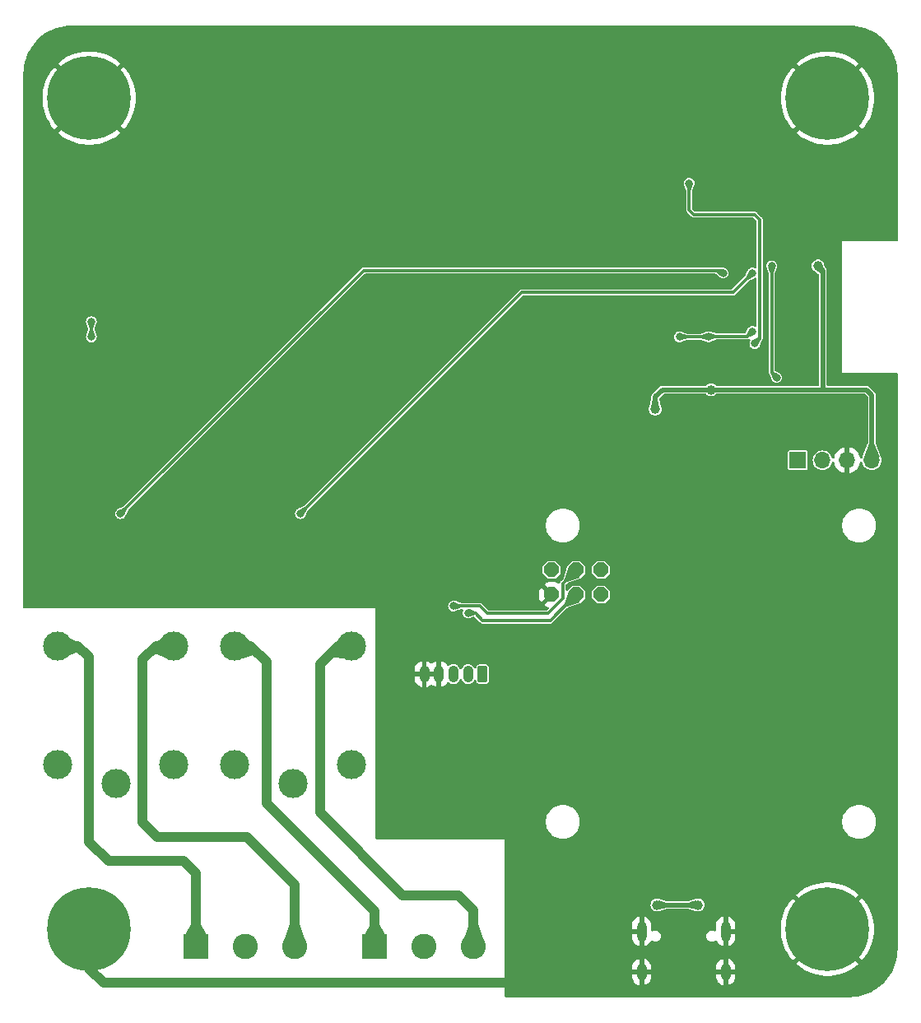
<source format=gbr>
%TF.GenerationSoftware,KiCad,Pcbnew,(7.0.0-0)*%
%TF.CreationDate,2023-03-25T06:26:20-04:00*%
%TF.ProjectId,KwartzLab-SensorBoard-Rev1,4b776172-747a-44c6-9162-2d53656e736f,1*%
%TF.SameCoordinates,Original*%
%TF.FileFunction,Copper,L2,Bot*%
%TF.FilePolarity,Positive*%
%FSLAX46Y46*%
G04 Gerber Fmt 4.6, Leading zero omitted, Abs format (unit mm)*
G04 Created by KiCad (PCBNEW (7.0.0-0)) date 2023-03-25 06:26:20*
%MOMM*%
%LPD*%
G01*
G04 APERTURE LIST*
G04 Aperture macros list*
%AMRoundRect*
0 Rectangle with rounded corners*
0 $1 Rounding radius*
0 $2 $3 $4 $5 $6 $7 $8 $9 X,Y pos of 4 corners*
0 Add a 4 corners polygon primitive as box body*
4,1,4,$2,$3,$4,$5,$6,$7,$8,$9,$2,$3,0*
0 Add four circle primitives for the rounded corners*
1,1,$1+$1,$2,$3*
1,1,$1+$1,$4,$5*
1,1,$1+$1,$6,$7*
1,1,$1+$1,$8,$9*
0 Add four rect primitives between the rounded corners*
20,1,$1+$1,$2,$3,$4,$5,0*
20,1,$1+$1,$4,$5,$6,$7,0*
20,1,$1+$1,$6,$7,$8,$9,0*
20,1,$1+$1,$8,$9,$2,$3,0*%
%AMOutline5P*
0 Free polygon, 5 corners , with rotation*
0 The origin of the aperture is its center*
0 number of corners: always 5*
0 $1 to $10 corner X, Y*
0 $11 Rotation angle, in degrees counterclockwise*
0 create outline with 5 corners*
4,1,5,$1,$2,$3,$4,$5,$6,$7,$8,$9,$10,$1,$2,$11*%
%AMOutline6P*
0 Free polygon, 6 corners , with rotation*
0 The origin of the aperture is its center*
0 number of corners: always 6*
0 $1 to $12 corner X, Y*
0 $13 Rotation angle, in degrees counterclockwise*
0 create outline with 6 corners*
4,1,6,$1,$2,$3,$4,$5,$6,$7,$8,$9,$10,$11,$12,$1,$2,$13*%
%AMOutline7P*
0 Free polygon, 7 corners , with rotation*
0 The origin of the aperture is its center*
0 number of corners: always 7*
0 $1 to $14 corner X, Y*
0 $15 Rotation angle, in degrees counterclockwise*
0 create outline with 7 corners*
4,1,7,$1,$2,$3,$4,$5,$6,$7,$8,$9,$10,$11,$12,$13,$14,$1,$2,$15*%
%AMOutline8P*
0 Free polygon, 8 corners , with rotation*
0 The origin of the aperture is its center*
0 number of corners: always 8*
0 $1 to $16 corner X, Y*
0 $17 Rotation angle, in degrees counterclockwise*
0 create outline with 8 corners*
4,1,8,$1,$2,$3,$4,$5,$6,$7,$8,$9,$10,$11,$12,$13,$14,$15,$16,$1,$2,$17*%
G04 Aperture macros list end*
%TA.AperFunction,ComponentPad*%
%ADD10C,0.900000*%
%TD*%
%TA.AperFunction,ComponentPad*%
%ADD11C,8.600000*%
%TD*%
%TA.AperFunction,ComponentPad*%
%ADD12R,1.700000X1.700000*%
%TD*%
%TA.AperFunction,ComponentPad*%
%ADD13O,1.700000X1.700000*%
%TD*%
%TA.AperFunction,ComponentPad*%
%ADD14RoundRect,0.250000X0.265000X0.615000X-0.265000X0.615000X-0.265000X-0.615000X0.265000X-0.615000X0*%
%TD*%
%TA.AperFunction,ComponentPad*%
%ADD15O,1.030000X1.730000*%
%TD*%
%TA.AperFunction,ComponentPad*%
%ADD16C,3.000000*%
%TD*%
%TA.AperFunction,ComponentPad*%
%ADD17R,2.600000X2.600000*%
%TD*%
%TA.AperFunction,ComponentPad*%
%ADD18C,2.600000*%
%TD*%
%TA.AperFunction,ComponentPad*%
%ADD19Outline8P,-0.775000X0.321016X-0.321016X0.775000X0.321016X0.775000X0.775000X0.321016X0.775000X-0.321016X0.321016X-0.775000X-0.321016X-0.775000X-0.775000X-0.321016X180.000000*%
%TD*%
%TA.AperFunction,ComponentPad*%
%ADD20O,1.000000X2.100000*%
%TD*%
%TA.AperFunction,ComponentPad*%
%ADD21O,1.000000X1.800000*%
%TD*%
%TA.AperFunction,ViaPad*%
%ADD22C,0.800000*%
%TD*%
%TA.AperFunction,ViaPad*%
%ADD23C,1.000000*%
%TD*%
%TA.AperFunction,Conductor*%
%ADD24C,1.000000*%
%TD*%
%TA.AperFunction,Conductor*%
%ADD25C,0.500000*%
%TD*%
%TA.AperFunction,Conductor*%
%ADD26C,0.300000*%
%TD*%
G04 APERTURE END LIST*
D10*
%TO.P,H3,1,1*%
%TO.N,GND*%
X169557188Y-66150000D03*
X170501769Y-63869581D03*
X170501769Y-68430419D03*
X172782188Y-62925000D03*
D11*
X172782188Y-66150000D03*
D10*
X172782188Y-69375000D03*
X175062607Y-63869581D03*
X175062607Y-68430419D03*
X176007188Y-66150000D03*
%TD*%
%TO.P,H1,1,1*%
%TO.N,GND*%
X93600000Y-151650000D03*
X94544581Y-149369581D03*
X94544581Y-153930419D03*
X96825000Y-148425000D03*
D11*
X96825000Y-151650000D03*
D10*
X96825000Y-154875000D03*
X99105419Y-149369581D03*
X99105419Y-153930419D03*
X100050000Y-151650000D03*
%TD*%
D12*
%TO.P,J1,1,Pin_1*%
%TO.N,/RX*%
X169719999Y-103399999D03*
D13*
%TO.P,J1,2,Pin_2*%
%TO.N,/TX*%
X172259999Y-103399999D03*
%TO.P,J1,3,Pin_3*%
%TO.N,GND*%
X174799999Y-103399999D03*
%TO.P,J1,4,Pin_4*%
%TO.N,+3V3*%
X177339999Y-103399999D03*
%TD*%
D10*
%TO.P,H4,1,1*%
%TO.N,GND*%
X93600000Y-66150000D03*
X94544581Y-63869581D03*
X94544581Y-68430419D03*
X96825000Y-62925000D03*
D11*
X96825000Y-66150000D03*
D10*
X96825000Y-69375000D03*
X99105419Y-63869581D03*
X99105419Y-68430419D03*
X100050000Y-66150000D03*
%TD*%
D14*
%TO.P,J3,1,Pin_1*%
%TO.N,+5V*%
X137300000Y-125400000D03*
D15*
%TO.P,J3,2,Pin_2*%
%TO.N,SDA*%
X135799999Y-125399999D03*
%TO.P,J3,3,Pin_3*%
%TO.N,SCL*%
X134299999Y-125399999D03*
%TO.P,J3,4,Pin_4*%
%TO.N,GND*%
X132799999Y-125399999D03*
%TO.P,J3,5,Pin_5*%
X131299999Y-125399999D03*
%TD*%
D16*
%TO.P,K2,11*%
%TO.N,/Output Relays/RELAY2_COM*%
X117800000Y-136700000D03*
%TO.P,K2,12*%
%TO.N,/Output Relays/RELAY2_NC*%
X111800000Y-122500000D03*
%TO.P,K2,14*%
%TO.N,/Output Relays/RELAY2_NO*%
X123800000Y-122500000D03*
%TO.P,K2,A1*%
%TO.N,+5V*%
X123800000Y-134700000D03*
%TO.P,K2,A2*%
%TO.N,/Output Relays/RELAY2_EN*%
X111800000Y-134700000D03*
%TD*%
D10*
%TO.P,H2,1,1*%
%TO.N,GND*%
X169544581Y-151650000D03*
X170489162Y-149369581D03*
X170489162Y-153930419D03*
X172769581Y-148425000D03*
D11*
X172769581Y-151650000D03*
D10*
X172769581Y-154875000D03*
X175050000Y-149369581D03*
X175050000Y-153930419D03*
X175994581Y-151650000D03*
%TD*%
D17*
%TO.P,J6,1,Pin_1*%
%TO.N,/Output Relays/RELAY2_NC*%
X126214999Y-153399999D03*
D18*
%TO.P,J6,2,Pin_2*%
%TO.N,/Output Relays/RELAY2_COM*%
X131295000Y-153400000D03*
%TO.P,J6,3,Pin_3*%
%TO.N,/Output Relays/RELAY2_NO*%
X136375000Y-153400000D03*
%TD*%
D17*
%TO.P,J5,1,Pin_1*%
%TO.N,/Output Relays/RELAY1_NC*%
X107799999Y-153399999D03*
D18*
%TO.P,J5,2,Pin_2*%
%TO.N,/Output Relays/RELAY1_COM*%
X112880000Y-153400000D03*
%TO.P,J5,3,Pin_3*%
%TO.N,/Output Relays/RELAY1_NO*%
X117960000Y-153400000D03*
%TD*%
D19*
%TO.P,J4,1,Pin_1*%
%TO.N,unconnected-(J4-Pin_1-Pad1)*%
X149482927Y-114684143D03*
%TO.P,J4,2,Pin_2*%
%TO.N,+3V3*%
X149482927Y-117224143D03*
%TO.P,J4,3,Pin_3*%
%TO.N,SCL*%
X146942927Y-114684143D03*
%TO.P,J4,4,Pin_4*%
%TO.N,SDA*%
X146942927Y-117224143D03*
%TO.P,J4,5,Pin_5*%
%TO.N,unconnected-(J4-Pin_5-Pad5)*%
X144402927Y-114684143D03*
%TO.P,J4,6,Pin_6*%
%TO.N,GND*%
X144402927Y-117224143D03*
%TD*%
D20*
%TO.P,J2,S1,SHIELD*%
%TO.N,GND*%
X153659999Y-151869999D03*
D21*
X153659999Y-156049999D03*
D20*
X162299999Y-151869999D03*
D21*
X162299999Y-156049999D03*
%TD*%
D16*
%TO.P,K1,11*%
%TO.N,/Output Relays/RELAY1_COM*%
X99550000Y-136700000D03*
%TO.P,K1,12*%
%TO.N,/Output Relays/RELAY1_NC*%
X93550000Y-122500000D03*
%TO.P,K1,14*%
%TO.N,/Output Relays/RELAY1_NO*%
X105550000Y-122500000D03*
%TO.P,K1,A1*%
%TO.N,+5V*%
X105550000Y-134700000D03*
%TO.P,K1,A2*%
%TO.N,/Output Relays/RELAY1_EN*%
X93550000Y-134700000D03*
%TD*%
D22*
%TO.N,GND*%
X95800000Y-80900000D03*
X170400000Y-91300000D03*
X169250000Y-91300000D03*
X94550000Y-82650000D03*
X168050000Y-91300000D03*
X170800000Y-84150000D03*
X93800000Y-89900000D03*
X93550000Y-80900000D03*
X164950000Y-86900000D03*
X166150000Y-92300000D03*
X164950000Y-85700000D03*
X169800000Y-84150000D03*
X95300000Y-87400000D03*
X164950000Y-88150000D03*
D23*
%TO.N,+3V3*%
X155050000Y-98150000D03*
X171800000Y-83400000D03*
X160800000Y-96150000D03*
%TO.N,VBUS*%
X155230000Y-149150000D03*
X159480000Y-149150000D03*
D22*
%TO.N,STATUS*%
X167050000Y-83400000D03*
X167550000Y-94900000D03*
%TO.N,SDA*%
X97050000Y-89150000D03*
X97050000Y-90699500D03*
X165050000Y-90150000D03*
X160550000Y-90699500D03*
X135800000Y-119099500D03*
X157550000Y-90699500D03*
%TO.N,SCL*%
X134300000Y-118400000D03*
%TO.N,BOOT*%
X158550000Y-74900000D03*
X165300000Y-91400000D03*
%TO.N,RELAY1*%
X100050000Y-108900000D03*
X162050000Y-84150000D03*
%TO.N,RELAY2*%
X118550000Y-108900000D03*
X165050000Y-84150000D03*
%TD*%
D24*
%TO.N,GND*%
X96825000Y-151650000D02*
X96825000Y-155675000D01*
X98300000Y-157150000D02*
X140300000Y-157150000D01*
X96825000Y-155675000D02*
X98300000Y-157150000D01*
D25*
%TO.N,+3V3*%
X155800000Y-96150000D02*
X173550000Y-96150000D01*
X176800000Y-96150000D02*
X177340000Y-96690000D01*
X155050000Y-98150000D02*
X155050000Y-96900000D01*
X173550000Y-96150000D02*
X176800000Y-96150000D01*
X155050000Y-96900000D02*
X155800000Y-96150000D01*
X172300000Y-96150000D02*
X173550000Y-96150000D01*
X172300000Y-83900000D02*
X172300000Y-96150000D01*
X177340000Y-96690000D02*
X177340000Y-103400000D01*
X171800000Y-83400000D02*
X172300000Y-83900000D01*
%TO.N,VBUS*%
X159480000Y-149150000D02*
X155230000Y-149150000D01*
D26*
%TO.N,STATUS*%
X167050000Y-94400000D02*
X167550000Y-94900000D01*
X167050000Y-83400000D02*
X167050000Y-94400000D01*
%TO.N,SDA*%
X157550000Y-90699500D02*
X160550000Y-90699500D01*
X160550000Y-90699500D02*
X160599500Y-90650000D01*
X135850500Y-119150000D02*
X135800000Y-119099500D01*
X146942928Y-117224144D02*
X144267072Y-119900000D01*
X164550000Y-90650000D02*
X165050000Y-90150000D01*
X136550000Y-119150000D02*
X135850500Y-119150000D01*
X160599500Y-90650000D02*
X164550000Y-90650000D01*
X97050000Y-89150000D02*
X97050000Y-90699500D01*
X144267072Y-119900000D02*
X137300000Y-119900000D01*
X137300000Y-119900000D02*
X136550000Y-119150000D01*
%TO.N,SCL*%
X145550000Y-116077072D02*
X146942928Y-114684144D01*
X144050000Y-119150000D02*
X145550000Y-117650000D01*
X134800000Y-118400000D02*
X134800500Y-118399500D01*
X134300000Y-118400000D02*
X134800000Y-118400000D01*
X145550000Y-117650000D02*
X145550000Y-116077072D01*
X134800500Y-118399500D02*
X136992698Y-118399500D01*
X137743198Y-119150000D02*
X144050000Y-119150000D01*
X136992698Y-118399500D02*
X137743198Y-119150000D01*
D24*
%TO.N,/Output Relays/RELAY1_NC*%
X107800000Y-145900000D02*
X107800000Y-153400000D01*
X98800000Y-144650000D02*
X106550000Y-144650000D01*
X95650000Y-122500000D02*
X96800000Y-123650000D01*
X96800000Y-123650000D02*
X96800000Y-142650000D01*
X106550000Y-144650000D02*
X107800000Y-145900000D01*
X96800000Y-142650000D02*
X98800000Y-144650000D01*
X93550000Y-122500000D02*
X95650000Y-122500000D01*
%TO.N,/Output Relays/RELAY1_NO*%
X102300000Y-123900000D02*
X102300000Y-140650000D01*
X105550000Y-122500000D02*
X103700000Y-122500000D01*
X102300000Y-140650000D02*
X103800000Y-142150000D01*
X113050000Y-142150000D02*
X117960000Y-147060000D01*
X117960000Y-147060000D02*
X117960000Y-153400000D01*
X103700000Y-122500000D02*
X102300000Y-123900000D01*
X103800000Y-142150000D02*
X113050000Y-142150000D01*
%TO.N,/Output Relays/RELAY2_NC*%
X111800000Y-122500000D02*
X113400000Y-122500000D01*
X113400000Y-122500000D02*
X115050000Y-124150000D01*
X115050000Y-138650000D02*
X126215000Y-149815000D01*
X115050000Y-124150000D02*
X115050000Y-138650000D01*
X126215000Y-149815000D02*
X126215000Y-153400000D01*
%TO.N,/Output Relays/RELAY2_NO*%
X120550000Y-139650000D02*
X129050000Y-148150000D01*
X123800000Y-122500000D02*
X122450000Y-122500000D01*
X136375000Y-149725000D02*
X136375000Y-153400000D01*
X122450000Y-122500000D02*
X120550000Y-124400000D01*
X134800000Y-148150000D02*
X136375000Y-149725000D01*
X129050000Y-148150000D02*
X134800000Y-148150000D01*
X120550000Y-124400000D02*
X120550000Y-139650000D01*
D26*
%TO.N,BOOT*%
X158550000Y-77650000D02*
X159050000Y-78150000D01*
X165800000Y-90900000D02*
X165300000Y-91400000D01*
X158550000Y-74900000D02*
X158550000Y-77650000D01*
X165300000Y-78150000D02*
X165800000Y-78650000D01*
X159050000Y-78150000D02*
X165300000Y-78150000D01*
X165800000Y-78650000D02*
X165800000Y-90900000D01*
%TO.N,RELAY1*%
X162050000Y-84150000D02*
X161800000Y-83900000D01*
X161800000Y-83900000D02*
X125050000Y-83900000D01*
X125050000Y-83900000D02*
X100050000Y-108900000D01*
%TO.N,RELAY2*%
X118550000Y-108900000D02*
X141300000Y-86150000D01*
X163050000Y-86150000D02*
X165050000Y-84150000D01*
X141300000Y-86150000D02*
X163050000Y-86150000D01*
%TD*%
%TA.AperFunction,Conductor*%
%TO.N,GND*%
G36*
X175009750Y-58660605D02*
G01*
X175414110Y-58677329D01*
X175424283Y-58678172D01*
X175823348Y-58727915D01*
X175833456Y-58729602D01*
X176227041Y-58812126D01*
X176236932Y-58814631D01*
X176622380Y-58929383D01*
X176632049Y-58932703D01*
X177006681Y-59078883D01*
X177016038Y-59082987D01*
X177377354Y-59259624D01*
X177386307Y-59264469D01*
X177731802Y-59470338D01*
X177740363Y-59475932D01*
X178067632Y-59709596D01*
X178075708Y-59715881D01*
X178202535Y-59823298D01*
X178382584Y-59975791D01*
X178390124Y-59982733D01*
X178674458Y-60267066D01*
X178681400Y-60274606D01*
X178941300Y-60581471D01*
X178947594Y-60589558D01*
X179181257Y-60916820D01*
X179186862Y-60925398D01*
X179280774Y-61083004D01*
X179392710Y-61270856D01*
X179397579Y-61279854D01*
X179532980Y-61556820D01*
X179574198Y-61641132D01*
X179578314Y-61650517D01*
X179724488Y-62025128D01*
X179727816Y-62034821D01*
X179842558Y-62420231D01*
X179845074Y-62430166D01*
X179927597Y-62823733D01*
X179929284Y-62833842D01*
X179979024Y-63232884D01*
X179979870Y-63243098D01*
X179996582Y-63647147D01*
X179996688Y-63652271D01*
X179996688Y-80776000D01*
X179980075Y-80838000D01*
X179934688Y-80883387D01*
X179872688Y-80900000D01*
X174300000Y-80900000D01*
X174300000Y-94400000D01*
X179872688Y-94400000D01*
X179934688Y-94416613D01*
X179980075Y-94462000D01*
X179996688Y-94524000D01*
X179996688Y-153647439D01*
X179996582Y-153652563D01*
X179979858Y-154056900D01*
X179979012Y-154067114D01*
X179929272Y-154466155D01*
X179927585Y-154476264D01*
X179845063Y-154869830D01*
X179842547Y-154879765D01*
X179727805Y-155265174D01*
X179724477Y-155274867D01*
X179578301Y-155649482D01*
X179574184Y-155658867D01*
X179397579Y-156020118D01*
X179392702Y-156029132D01*
X179186853Y-156374592D01*
X179181247Y-156383172D01*
X178947580Y-156710441D01*
X178941285Y-156718528D01*
X178681396Y-157025378D01*
X178674455Y-157032918D01*
X178390116Y-157317257D01*
X178382576Y-157324199D01*
X178075706Y-157584103D01*
X178067618Y-157590397D01*
X177740367Y-157824049D01*
X177731788Y-157829655D01*
X177386332Y-158035503D01*
X177377318Y-158040381D01*
X177016047Y-158216994D01*
X177006662Y-158221110D01*
X176632053Y-158367282D01*
X176622359Y-158370610D01*
X176236956Y-158485348D01*
X176227022Y-158487864D01*
X175833451Y-158570387D01*
X175823342Y-158572074D01*
X175480902Y-158614758D01*
X175424302Y-158621813D01*
X175414090Y-158622659D01*
X175009461Y-158639394D01*
X175004337Y-158639500D01*
X139674000Y-158639500D01*
X139612000Y-158622887D01*
X139566613Y-158577500D01*
X139550000Y-158515500D01*
X139550000Y-156497570D01*
X152660000Y-156497570D01*
X152660317Y-156503835D01*
X152674783Y-156646084D01*
X152677301Y-156658335D01*
X152734419Y-156840385D01*
X152739355Y-156851889D01*
X152831954Y-157018720D01*
X152839097Y-157028982D01*
X152963379Y-157173754D01*
X152972458Y-157182385D01*
X153123329Y-157299167D01*
X153133957Y-157305792D01*
X153305256Y-157389817D01*
X153316997Y-157394165D01*
X153396253Y-157414686D01*
X153407464Y-157414971D01*
X153408627Y-157409962D01*
X153910000Y-157409962D01*
X153912337Y-157420645D01*
X153917502Y-157420973D01*
X153917840Y-157420885D01*
X154096760Y-157354621D01*
X154108006Y-157349105D01*
X154269926Y-157248180D01*
X154279820Y-157240521D01*
X154418114Y-157109063D01*
X154426262Y-157099572D01*
X154535265Y-156942963D01*
X154541334Y-156932029D01*
X154616581Y-156756681D01*
X154620324Y-156744752D01*
X154658734Y-156557847D01*
X154660000Y-156545402D01*
X154660000Y-156497570D01*
X161300000Y-156497570D01*
X161300317Y-156503835D01*
X161314783Y-156646084D01*
X161317301Y-156658335D01*
X161374419Y-156840385D01*
X161379355Y-156851889D01*
X161471954Y-157018720D01*
X161479097Y-157028982D01*
X161603379Y-157173754D01*
X161612458Y-157182385D01*
X161763329Y-157299167D01*
X161773957Y-157305792D01*
X161945256Y-157389817D01*
X161956997Y-157394165D01*
X162036253Y-157414686D01*
X162047464Y-157414971D01*
X162048627Y-157409962D01*
X162550000Y-157409962D01*
X162552337Y-157420645D01*
X162557502Y-157420973D01*
X162557840Y-157420885D01*
X162736760Y-157354621D01*
X162748006Y-157349105D01*
X162909926Y-157248180D01*
X162919820Y-157240521D01*
X163058114Y-157109063D01*
X163066262Y-157099572D01*
X163175265Y-156942963D01*
X163181334Y-156932029D01*
X163256581Y-156756681D01*
X163260324Y-156744752D01*
X163298734Y-156557847D01*
X163300000Y-156545402D01*
X163300000Y-156316326D01*
X163296549Y-156303450D01*
X163283674Y-156300000D01*
X162566326Y-156300000D01*
X162553450Y-156303450D01*
X162550000Y-156316326D01*
X162550000Y-157409962D01*
X162048627Y-157409962D01*
X162050000Y-157404046D01*
X162050000Y-156316326D01*
X162046549Y-156303450D01*
X162033674Y-156300000D01*
X161316326Y-156300000D01*
X161303450Y-156303450D01*
X161300000Y-156316326D01*
X161300000Y-156497570D01*
X154660000Y-156497570D01*
X154660000Y-156316326D01*
X154656549Y-156303450D01*
X154643674Y-156300000D01*
X153926326Y-156300000D01*
X153913450Y-156303450D01*
X153910000Y-156316326D01*
X153910000Y-157409962D01*
X153408627Y-157409962D01*
X153410000Y-157404046D01*
X153410000Y-156316326D01*
X153406549Y-156303450D01*
X153393674Y-156300000D01*
X152676326Y-156300000D01*
X152663450Y-156303450D01*
X152660000Y-156316326D01*
X152660000Y-156497570D01*
X139550000Y-156497570D01*
X139550000Y-155783674D01*
X152660000Y-155783674D01*
X152663450Y-155796549D01*
X152676326Y-155800000D01*
X153393674Y-155800000D01*
X153406549Y-155796549D01*
X153410000Y-155783674D01*
X153910000Y-155783674D01*
X153913450Y-155796549D01*
X153926326Y-155800000D01*
X154643674Y-155800000D01*
X154656549Y-155796549D01*
X154660000Y-155783674D01*
X161300000Y-155783674D01*
X161303450Y-155796549D01*
X161316326Y-155800000D01*
X162033674Y-155800000D01*
X162046549Y-155796549D01*
X162050000Y-155783674D01*
X162550000Y-155783674D01*
X162553450Y-155796549D01*
X162566326Y-155800000D01*
X163283674Y-155800000D01*
X163296549Y-155796549D01*
X163300000Y-155783674D01*
X163300000Y-155602430D01*
X163299682Y-155596164D01*
X163285216Y-155453915D01*
X163282698Y-155441664D01*
X163225580Y-155259614D01*
X163220644Y-155248110D01*
X163203096Y-155216495D01*
X169561829Y-155216495D01*
X169569286Y-155227884D01*
X169771721Y-155404745D01*
X169776063Y-155408208D01*
X170120356Y-155658351D01*
X170124993Y-155661412D01*
X170490344Y-155879700D01*
X170495215Y-155882321D01*
X170878646Y-156066971D01*
X170883773Y-156069163D01*
X171282193Y-156218692D01*
X171287491Y-156220413D01*
X171697714Y-156333628D01*
X171703149Y-156334869D01*
X172121871Y-156410855D01*
X172127381Y-156411602D01*
X172551249Y-156449751D01*
X172556790Y-156450000D01*
X172982372Y-156450000D01*
X172987912Y-156449751D01*
X173411780Y-156411602D01*
X173417290Y-156410855D01*
X173836012Y-156334869D01*
X173841447Y-156333628D01*
X174251670Y-156220413D01*
X174256968Y-156218692D01*
X174655388Y-156069163D01*
X174660515Y-156066971D01*
X175043946Y-155882321D01*
X175048817Y-155879700D01*
X175414168Y-155661412D01*
X175418805Y-155658351D01*
X175763086Y-155408216D01*
X175767445Y-155404741D01*
X175969876Y-155227882D01*
X175977331Y-155216495D01*
X175970657Y-155204630D01*
X172781123Y-152015095D01*
X172769581Y-152008431D01*
X172758038Y-152015095D01*
X169568503Y-155204630D01*
X169561829Y-155216495D01*
X163203096Y-155216495D01*
X163128045Y-155081279D01*
X163120902Y-155071017D01*
X162996620Y-154926245D01*
X162987541Y-154917614D01*
X162836670Y-154800832D01*
X162826042Y-154794207D01*
X162654743Y-154710182D01*
X162643002Y-154705834D01*
X162563746Y-154685313D01*
X162552535Y-154685028D01*
X162550000Y-154695954D01*
X162550000Y-155783674D01*
X162050000Y-155783674D01*
X162050000Y-154690038D01*
X162047662Y-154679354D01*
X162042497Y-154679026D01*
X162042159Y-154679114D01*
X161863239Y-154745378D01*
X161851993Y-154750894D01*
X161690073Y-154851819D01*
X161680179Y-154859478D01*
X161541885Y-154990936D01*
X161533737Y-155000427D01*
X161424734Y-155157036D01*
X161418665Y-155167970D01*
X161343418Y-155343318D01*
X161339675Y-155355247D01*
X161301265Y-155542152D01*
X161300000Y-155554598D01*
X161300000Y-155783674D01*
X154660000Y-155783674D01*
X154660000Y-155602430D01*
X154659682Y-155596164D01*
X154645216Y-155453915D01*
X154642698Y-155441664D01*
X154585580Y-155259614D01*
X154580644Y-155248110D01*
X154488045Y-155081279D01*
X154480902Y-155071017D01*
X154356620Y-154926245D01*
X154347541Y-154917614D01*
X154196670Y-154800832D01*
X154186042Y-154794207D01*
X154014743Y-154710182D01*
X154003002Y-154705834D01*
X153923746Y-154685313D01*
X153912535Y-154685028D01*
X153910000Y-154695954D01*
X153910000Y-155783674D01*
X153410000Y-155783674D01*
X153410000Y-154690038D01*
X153407662Y-154679354D01*
X153402497Y-154679026D01*
X153402159Y-154679114D01*
X153223239Y-154745378D01*
X153211993Y-154750894D01*
X153050073Y-154851819D01*
X153040179Y-154859478D01*
X152901885Y-154990936D01*
X152893737Y-155000427D01*
X152784734Y-155157036D01*
X152778665Y-155167970D01*
X152703418Y-155343318D01*
X152699675Y-155355247D01*
X152661265Y-155542152D01*
X152660000Y-155554598D01*
X152660000Y-155783674D01*
X139550000Y-155783674D01*
X139550000Y-152467570D01*
X152660000Y-152467570D01*
X152660317Y-152473835D01*
X152674783Y-152616084D01*
X152677301Y-152628335D01*
X152734419Y-152810385D01*
X152739355Y-152821889D01*
X152831954Y-152988720D01*
X152839097Y-152998982D01*
X152963379Y-153143754D01*
X152972458Y-153152385D01*
X153123329Y-153269167D01*
X153133957Y-153275792D01*
X153305256Y-153359817D01*
X153316997Y-153364165D01*
X153396253Y-153384686D01*
X153407464Y-153384971D01*
X153408627Y-153379962D01*
X153910000Y-153379962D01*
X153912337Y-153390645D01*
X153917502Y-153390973D01*
X153917840Y-153390885D01*
X154096760Y-153324621D01*
X154108006Y-153319105D01*
X154269926Y-153218180D01*
X154279820Y-153210521D01*
X154418114Y-153079063D01*
X154426262Y-153069572D01*
X154535265Y-152912963D01*
X154541333Y-152902031D01*
X154551921Y-152877358D01*
X154585002Y-152832256D01*
X154634538Y-152806281D01*
X154690449Y-152804716D01*
X154741360Y-152827881D01*
X154793315Y-152867748D01*
X154793319Y-152867750D01*
X154799767Y-152872698D01*
X154939764Y-152930687D01*
X155052280Y-152945500D01*
X155123667Y-152945500D01*
X155127720Y-152945500D01*
X155240236Y-152930687D01*
X155380233Y-152872698D01*
X155500451Y-152780451D01*
X155592698Y-152660233D01*
X155650687Y-152520236D01*
X155670466Y-152370000D01*
X160289534Y-152370000D01*
X160290595Y-152378059D01*
X160308251Y-152512176D01*
X160308252Y-152512182D01*
X160309313Y-152520236D01*
X160312422Y-152527742D01*
X160312423Y-152527745D01*
X160349015Y-152616084D01*
X160367302Y-152660233D01*
X160372245Y-152666674D01*
X160372248Y-152666680D01*
X160454605Y-152774008D01*
X160459549Y-152780451D01*
X160465991Y-152785394D01*
X160573319Y-152867751D01*
X160573322Y-152867753D01*
X160579767Y-152872698D01*
X160719764Y-152930687D01*
X160832280Y-152945500D01*
X160903667Y-152945500D01*
X160907720Y-152945500D01*
X161020236Y-152930687D01*
X161160233Y-152872698D01*
X161212938Y-152832256D01*
X161219577Y-152827162D01*
X161267416Y-152804659D01*
X161320281Y-152804128D01*
X161368562Y-152825667D01*
X161403483Y-152865359D01*
X161471954Y-152988720D01*
X161479097Y-152998982D01*
X161603379Y-153143754D01*
X161612458Y-153152385D01*
X161763329Y-153269167D01*
X161773957Y-153275792D01*
X161945256Y-153359817D01*
X161956997Y-153364165D01*
X162036253Y-153384686D01*
X162047464Y-153384971D01*
X162048627Y-153379962D01*
X162550000Y-153379962D01*
X162552337Y-153390645D01*
X162557502Y-153390973D01*
X162557840Y-153390885D01*
X162736760Y-153324621D01*
X162748006Y-153319105D01*
X162909926Y-153218180D01*
X162919820Y-153210521D01*
X163058114Y-153079063D01*
X163066262Y-153069572D01*
X163175265Y-152912963D01*
X163181334Y-152902029D01*
X163256581Y-152726681D01*
X163260324Y-152714752D01*
X163298734Y-152527847D01*
X163300000Y-152515402D01*
X163300000Y-152136326D01*
X163296549Y-152123450D01*
X163283674Y-152120000D01*
X162566326Y-152120000D01*
X162553450Y-152123450D01*
X162550000Y-152136326D01*
X162550000Y-153379962D01*
X162048627Y-153379962D01*
X162050000Y-153374046D01*
X162050000Y-151652783D01*
X167964868Y-151652783D01*
X167983961Y-152077924D01*
X167984458Y-152083452D01*
X168041585Y-152505177D01*
X168042579Y-152510654D01*
X168137278Y-152925557D01*
X168138754Y-152930905D01*
X168270259Y-153335637D01*
X168272225Y-153340876D01*
X168439474Y-153732172D01*
X168441891Y-153737193D01*
X168643556Y-154111949D01*
X168646408Y-154116722D01*
X168880848Y-154471885D01*
X168884121Y-154476391D01*
X169149460Y-154809114D01*
X169153114Y-154813296D01*
X169190359Y-154852252D01*
X169201861Y-154859182D01*
X169213513Y-154852512D01*
X172404484Y-151661542D01*
X172411148Y-151649999D01*
X173128012Y-151649999D01*
X173134676Y-151661542D01*
X176325646Y-154852511D01*
X176337300Y-154859182D01*
X176348800Y-154852253D01*
X176386048Y-154813295D01*
X176389700Y-154809115D01*
X176655040Y-154476391D01*
X176658313Y-154471885D01*
X176892753Y-154116722D01*
X176895605Y-154111949D01*
X177097270Y-153737193D01*
X177099687Y-153732172D01*
X177266936Y-153340876D01*
X177268902Y-153335637D01*
X177400407Y-152930905D01*
X177401883Y-152925557D01*
X177496582Y-152510654D01*
X177497576Y-152505177D01*
X177554703Y-152083452D01*
X177555200Y-152077924D01*
X177574294Y-151652783D01*
X177574294Y-151647217D01*
X177555200Y-151222075D01*
X177554703Y-151216547D01*
X177497576Y-150794822D01*
X177496582Y-150789345D01*
X177401883Y-150374442D01*
X177400407Y-150369094D01*
X177268902Y-149964362D01*
X177266936Y-149959123D01*
X177099687Y-149567827D01*
X177097270Y-149562806D01*
X176895605Y-149188050D01*
X176892753Y-149183277D01*
X176658313Y-148828114D01*
X176655040Y-148823608D01*
X176389701Y-148490885D01*
X176386047Y-148486703D01*
X176348801Y-148447746D01*
X176337299Y-148440816D01*
X176325647Y-148447486D01*
X173134676Y-151638457D01*
X173128012Y-151649999D01*
X172411148Y-151649999D01*
X172404484Y-151638457D01*
X169213515Y-148447488D01*
X169201860Y-148440817D01*
X169190359Y-148447747D01*
X169153125Y-148486692D01*
X169149455Y-148490891D01*
X168884121Y-148823608D01*
X168880848Y-148828114D01*
X168646408Y-149183277D01*
X168643556Y-149188050D01*
X168441891Y-149562806D01*
X168439474Y-149567827D01*
X168272225Y-149959123D01*
X168270259Y-149964362D01*
X168138754Y-150369094D01*
X168137278Y-150374442D01*
X168042579Y-150789345D01*
X168041585Y-150794822D01*
X167984458Y-151216547D01*
X167983961Y-151222075D01*
X167964868Y-151647217D01*
X167964868Y-151652783D01*
X162050000Y-151652783D01*
X162050000Y-151603674D01*
X162550000Y-151603674D01*
X162553450Y-151616549D01*
X162566326Y-151620000D01*
X163283674Y-151620000D01*
X163296549Y-151616549D01*
X163300000Y-151603674D01*
X163300000Y-151272430D01*
X163299682Y-151266164D01*
X163285216Y-151123915D01*
X163282698Y-151111664D01*
X163225580Y-150929614D01*
X163220644Y-150918110D01*
X163128045Y-150751279D01*
X163120902Y-150741017D01*
X162996620Y-150596245D01*
X162987541Y-150587614D01*
X162836670Y-150470832D01*
X162826042Y-150464207D01*
X162654743Y-150380182D01*
X162643002Y-150375834D01*
X162563746Y-150355313D01*
X162552535Y-150355028D01*
X162550000Y-150365954D01*
X162550000Y-151603674D01*
X162050000Y-151603674D01*
X162050000Y-150360038D01*
X162047662Y-150349354D01*
X162042497Y-150349026D01*
X162042159Y-150349114D01*
X161863239Y-150415378D01*
X161851993Y-150420894D01*
X161690073Y-150521819D01*
X161680179Y-150529478D01*
X161541885Y-150660936D01*
X161533737Y-150670427D01*
X161424734Y-150827036D01*
X161418665Y-150837970D01*
X161343418Y-151013318D01*
X161339675Y-151025247D01*
X161301265Y-151212152D01*
X161300000Y-151224598D01*
X161300000Y-151739616D01*
X161285358Y-151798069D01*
X161244891Y-151842718D01*
X161188154Y-151863019D01*
X161128547Y-151854177D01*
X161027745Y-151812423D01*
X161027742Y-151812422D01*
X161020236Y-151809313D01*
X161012182Y-151808252D01*
X161012176Y-151808251D01*
X160911739Y-151795029D01*
X160911737Y-151795028D01*
X160907720Y-151794500D01*
X160832280Y-151794500D01*
X160828263Y-151795028D01*
X160828260Y-151795029D01*
X160727823Y-151808251D01*
X160727815Y-151808252D01*
X160719764Y-151809313D01*
X160712259Y-151812421D01*
X160712254Y-151812423D01*
X160587276Y-151864191D01*
X160587272Y-151864193D01*
X160579767Y-151867302D01*
X160573328Y-151872242D01*
X160573319Y-151872248D01*
X160465991Y-151954605D01*
X160465987Y-151954608D01*
X160459549Y-151959549D01*
X160454608Y-151965987D01*
X160454605Y-151965991D01*
X160372248Y-152073319D01*
X160372242Y-152073328D01*
X160367302Y-152079767D01*
X160364193Y-152087272D01*
X160364191Y-152087276D01*
X160312423Y-152212254D01*
X160312421Y-152212259D01*
X160309313Y-152219764D01*
X160308252Y-152227815D01*
X160308251Y-152227823D01*
X160290760Y-152360683D01*
X160289534Y-152370000D01*
X155670466Y-152370000D01*
X155650687Y-152219764D01*
X155592698Y-152079767D01*
X155587753Y-152073322D01*
X155587751Y-152073319D01*
X155505394Y-151965991D01*
X155500451Y-151959549D01*
X155494008Y-151954605D01*
X155386680Y-151872248D01*
X155386674Y-151872245D01*
X155380233Y-151867302D01*
X155372724Y-151864191D01*
X155372723Y-151864191D01*
X155247745Y-151812423D01*
X155247742Y-151812422D01*
X155240236Y-151809313D01*
X155232182Y-151808252D01*
X155232176Y-151808251D01*
X155131739Y-151795029D01*
X155131737Y-151795028D01*
X155127720Y-151794500D01*
X155052280Y-151794500D01*
X155048263Y-151795028D01*
X155048260Y-151795029D01*
X154947823Y-151808251D01*
X154947815Y-151808252D01*
X154939764Y-151809313D01*
X154932259Y-151812421D01*
X154932254Y-151812423D01*
X154831453Y-151854177D01*
X154771846Y-151863019D01*
X154715109Y-151842718D01*
X154674642Y-151798069D01*
X154660000Y-151739616D01*
X154660000Y-151272430D01*
X154659682Y-151266164D01*
X154645216Y-151123915D01*
X154642698Y-151111664D01*
X154585580Y-150929614D01*
X154580644Y-150918110D01*
X154488045Y-150751279D01*
X154480902Y-150741017D01*
X154356620Y-150596245D01*
X154347541Y-150587614D01*
X154196670Y-150470832D01*
X154186042Y-150464207D01*
X154014743Y-150380182D01*
X154003002Y-150375834D01*
X153923746Y-150355313D01*
X153912535Y-150355028D01*
X153910000Y-150365954D01*
X153910000Y-153379962D01*
X153408627Y-153379962D01*
X153410000Y-153374046D01*
X153410000Y-152136326D01*
X153406549Y-152123450D01*
X153393674Y-152120000D01*
X152676326Y-152120000D01*
X152663450Y-152123450D01*
X152660000Y-152136326D01*
X152660000Y-152467570D01*
X139550000Y-152467570D01*
X139550000Y-151603674D01*
X152660000Y-151603674D01*
X152663450Y-151616549D01*
X152676326Y-151620000D01*
X153393674Y-151620000D01*
X153406549Y-151616549D01*
X153410000Y-151603674D01*
X153410000Y-150360038D01*
X153407662Y-150349354D01*
X153402497Y-150349026D01*
X153402159Y-150349114D01*
X153223239Y-150415378D01*
X153211993Y-150420894D01*
X153050073Y-150521819D01*
X153040179Y-150529478D01*
X152901885Y-150660936D01*
X152893737Y-150670427D01*
X152784734Y-150827036D01*
X152778665Y-150837970D01*
X152703418Y-151013318D01*
X152699675Y-151025247D01*
X152661265Y-151212152D01*
X152660000Y-151224598D01*
X152660000Y-151603674D01*
X139550000Y-151603674D01*
X139550000Y-149150000D01*
X154574722Y-149150000D01*
X154575626Y-149157445D01*
X154592858Y-149299370D01*
X154592859Y-149299375D01*
X154593763Y-149306818D01*
X154649780Y-149454523D01*
X154654043Y-149460699D01*
X154727987Y-149567827D01*
X154739517Y-149584530D01*
X154857760Y-149689283D01*
X154997635Y-149762696D01*
X155151015Y-149800500D01*
X155301485Y-149800500D01*
X155308985Y-149800500D01*
X155462365Y-149762696D01*
X155463471Y-149762115D01*
X155470714Y-149760153D01*
X155470616Y-149759777D01*
X156253661Y-149554551D01*
X156285098Y-149550500D01*
X158424902Y-149550500D01*
X158456339Y-149554551D01*
X159239383Y-149759777D01*
X159239284Y-149760152D01*
X159246525Y-149762113D01*
X159247635Y-149762696D01*
X159401015Y-149800500D01*
X159551485Y-149800500D01*
X159558985Y-149800500D01*
X159712365Y-149762696D01*
X159852240Y-149689283D01*
X159970483Y-149584530D01*
X160060220Y-149454523D01*
X160116237Y-149306818D01*
X160135278Y-149150000D01*
X160116237Y-148993182D01*
X160060220Y-148845477D01*
X159970483Y-148715470D01*
X159852240Y-148610717D01*
X159845595Y-148607229D01*
X159845593Y-148607228D01*
X159719006Y-148540789D01*
X159719002Y-148540787D01*
X159712365Y-148537304D01*
X159705087Y-148535510D01*
X159705084Y-148535509D01*
X159566267Y-148501294D01*
X159566260Y-148501293D01*
X159558985Y-148499500D01*
X159401015Y-148499500D01*
X159393740Y-148501292D01*
X159393732Y-148501294D01*
X159254905Y-148535511D01*
X159254896Y-148535514D01*
X159247635Y-148537304D01*
X159246517Y-148537890D01*
X159239285Y-148539851D01*
X159239383Y-148540222D01*
X158456339Y-148745449D01*
X158424902Y-148749500D01*
X156285098Y-148749500D01*
X156253661Y-148745449D01*
X155470616Y-148540222D01*
X155470713Y-148539849D01*
X155463476Y-148537887D01*
X155462365Y-148537304D01*
X155455093Y-148535511D01*
X155455089Y-148535510D01*
X155316267Y-148501294D01*
X155316260Y-148501293D01*
X155308985Y-148499500D01*
X155151015Y-148499500D01*
X155143740Y-148501292D01*
X155143732Y-148501294D01*
X155004915Y-148535509D01*
X155004909Y-148535510D01*
X154997635Y-148537304D01*
X154991000Y-148540786D01*
X154990993Y-148540789D01*
X154864406Y-148607228D01*
X154864400Y-148607231D01*
X154857760Y-148610717D01*
X154852148Y-148615687D01*
X154852143Y-148615692D01*
X154745127Y-148710499D01*
X154745122Y-148710503D01*
X154739517Y-148715470D01*
X154735262Y-148721634D01*
X154735257Y-148721640D01*
X154654043Y-148839300D01*
X154654040Y-148839303D01*
X154649780Y-148845477D01*
X154647120Y-148852488D01*
X154647118Y-148852494D01*
X154596423Y-148986167D01*
X154593763Y-148993182D01*
X154592859Y-149000622D01*
X154592858Y-149000629D01*
X154576070Y-149138896D01*
X154574722Y-149150000D01*
X139550000Y-149150000D01*
X139550000Y-148083503D01*
X169561829Y-148083503D01*
X169568503Y-148095368D01*
X172758038Y-151284903D01*
X172769581Y-151291567D01*
X172781123Y-151284903D01*
X175970657Y-148095368D01*
X175977331Y-148083503D01*
X175969874Y-148072114D01*
X175767440Y-147895254D01*
X175763098Y-147891791D01*
X175418805Y-147641648D01*
X175414168Y-147638587D01*
X175048817Y-147420299D01*
X175043946Y-147417678D01*
X174660515Y-147233028D01*
X174655388Y-147230836D01*
X174256968Y-147081307D01*
X174251670Y-147079586D01*
X173841447Y-146966371D01*
X173836012Y-146965130D01*
X173417290Y-146889144D01*
X173411780Y-146888397D01*
X172987912Y-146850248D01*
X172982372Y-146850000D01*
X172556790Y-146850000D01*
X172551249Y-146850248D01*
X172127381Y-146888397D01*
X172121871Y-146889144D01*
X171703149Y-146965130D01*
X171697714Y-146966371D01*
X171287491Y-147079586D01*
X171282193Y-147081307D01*
X170883773Y-147230836D01*
X170878646Y-147233028D01*
X170495215Y-147417678D01*
X170490344Y-147420299D01*
X170124993Y-147638587D01*
X170120356Y-147641648D01*
X169776063Y-147891791D01*
X169771721Y-147895254D01*
X169569286Y-148072115D01*
X169561829Y-148083503D01*
X139550000Y-148083503D01*
X139550000Y-142416326D01*
X139550000Y-142400000D01*
X139533674Y-142400000D01*
X126424000Y-142400000D01*
X126362000Y-142383387D01*
X126316613Y-142338000D01*
X126300000Y-142276000D01*
X126300000Y-140726126D01*
X143792628Y-140726126D01*
X143793317Y-140730698D01*
X143793318Y-140730709D01*
X143831040Y-140980972D01*
X143831041Y-140980979D01*
X143831732Y-140985559D01*
X143833097Y-140989987D01*
X143833099Y-140989992D01*
X143907697Y-141231835D01*
X143907701Y-141231845D01*
X143909065Y-141236267D01*
X144022900Y-141472648D01*
X144170695Y-141689423D01*
X144349147Y-141881749D01*
X144554271Y-142045330D01*
X144781485Y-142176512D01*
X145025712Y-142272364D01*
X145281498Y-142330746D01*
X145477634Y-142345444D01*
X145606305Y-142345444D01*
X145608622Y-142345444D01*
X145804758Y-142330746D01*
X146060544Y-142272364D01*
X146304771Y-142176512D01*
X146531985Y-142045330D01*
X146737109Y-141881749D01*
X146915561Y-141689423D01*
X147063356Y-141472648D01*
X147177191Y-141236267D01*
X147254524Y-140985559D01*
X147293628Y-140726126D01*
X174272628Y-140726126D01*
X174273317Y-140730698D01*
X174273318Y-140730709D01*
X174311040Y-140980972D01*
X174311041Y-140980979D01*
X174311732Y-140985559D01*
X174313097Y-140989987D01*
X174313099Y-140989992D01*
X174387697Y-141231835D01*
X174387701Y-141231845D01*
X174389065Y-141236267D01*
X174502900Y-141472648D01*
X174650695Y-141689423D01*
X174829147Y-141881749D01*
X175034271Y-142045330D01*
X175261485Y-142176512D01*
X175505712Y-142272364D01*
X175761498Y-142330746D01*
X175957634Y-142345444D01*
X176086305Y-142345444D01*
X176088622Y-142345444D01*
X176284758Y-142330746D01*
X176540544Y-142272364D01*
X176784771Y-142176512D01*
X177011985Y-142045330D01*
X177217109Y-141881749D01*
X177395561Y-141689423D01*
X177543356Y-141472648D01*
X177657191Y-141236267D01*
X177734524Y-140985559D01*
X177773628Y-140726126D01*
X177773628Y-140463762D01*
X177734524Y-140204329D01*
X177657191Y-139953621D01*
X177543356Y-139717240D01*
X177395561Y-139500465D01*
X177217109Y-139308139D01*
X177011985Y-139144558D01*
X176917344Y-139089917D01*
X176788792Y-139015697D01*
X176788786Y-139015694D01*
X176784771Y-139013376D01*
X176780452Y-139011681D01*
X176780446Y-139011678D01*
X176544866Y-138919220D01*
X176544862Y-138919219D01*
X176540544Y-138917524D01*
X176536021Y-138916491D01*
X176536019Y-138916491D01*
X176289277Y-138860173D01*
X176289271Y-138860172D01*
X176284758Y-138859142D01*
X176280136Y-138858795D01*
X176280132Y-138858795D01*
X176090936Y-138844617D01*
X176090925Y-138844616D01*
X176088622Y-138844444D01*
X175957634Y-138844444D01*
X175955331Y-138844616D01*
X175955319Y-138844617D01*
X175766123Y-138858795D01*
X175766117Y-138858795D01*
X175761498Y-138859142D01*
X175756986Y-138860171D01*
X175756978Y-138860173D01*
X175510236Y-138916491D01*
X175510230Y-138916492D01*
X175505712Y-138917524D01*
X175501396Y-138919217D01*
X175501389Y-138919220D01*
X175265809Y-139011678D01*
X175265798Y-139011683D01*
X175261485Y-139013376D01*
X175257474Y-139015691D01*
X175257463Y-139015697D01*
X175038289Y-139142238D01*
X175034271Y-139144558D01*
X175030647Y-139147447D01*
X175030644Y-139147450D01*
X174832774Y-139305246D01*
X174832769Y-139305250D01*
X174829147Y-139308139D01*
X174825993Y-139311537D01*
X174825991Y-139311540D01*
X174653847Y-139497067D01*
X174653841Y-139497073D01*
X174650695Y-139500465D01*
X174502900Y-139717240D01*
X174500887Y-139721418D01*
X174500884Y-139721425D01*
X174391077Y-139949441D01*
X174391072Y-139949452D01*
X174389065Y-139953621D01*
X174387702Y-139958037D01*
X174387697Y-139958052D01*
X174313099Y-140199895D01*
X174313096Y-140199903D01*
X174311732Y-140204329D01*
X174311042Y-140208905D01*
X174311040Y-140208915D01*
X174273318Y-140459178D01*
X174273317Y-140459190D01*
X174272628Y-140463762D01*
X174272628Y-140726126D01*
X147293628Y-140726126D01*
X147293628Y-140463762D01*
X147254524Y-140204329D01*
X147177191Y-139953621D01*
X147063356Y-139717240D01*
X146915561Y-139500465D01*
X146737109Y-139308139D01*
X146531985Y-139144558D01*
X146437344Y-139089917D01*
X146308792Y-139015697D01*
X146308786Y-139015694D01*
X146304771Y-139013376D01*
X146300452Y-139011681D01*
X146300446Y-139011678D01*
X146064866Y-138919220D01*
X146064862Y-138919219D01*
X146060544Y-138917524D01*
X146056021Y-138916491D01*
X146056019Y-138916491D01*
X145809277Y-138860173D01*
X145809271Y-138860172D01*
X145804758Y-138859142D01*
X145800136Y-138858795D01*
X145800132Y-138858795D01*
X145610936Y-138844617D01*
X145610925Y-138844616D01*
X145608622Y-138844444D01*
X145477634Y-138844444D01*
X145475331Y-138844616D01*
X145475319Y-138844617D01*
X145286123Y-138858795D01*
X145286117Y-138858795D01*
X145281498Y-138859142D01*
X145276986Y-138860171D01*
X145276978Y-138860173D01*
X145030236Y-138916491D01*
X145030230Y-138916492D01*
X145025712Y-138917524D01*
X145021396Y-138919217D01*
X145021389Y-138919220D01*
X144785809Y-139011678D01*
X144785798Y-139011683D01*
X144781485Y-139013376D01*
X144777474Y-139015691D01*
X144777463Y-139015697D01*
X144558289Y-139142238D01*
X144554271Y-139144558D01*
X144550647Y-139147447D01*
X144550644Y-139147450D01*
X144352774Y-139305246D01*
X144352769Y-139305250D01*
X144349147Y-139308139D01*
X144345993Y-139311537D01*
X144345991Y-139311540D01*
X144173847Y-139497067D01*
X144173841Y-139497073D01*
X144170695Y-139500465D01*
X144022900Y-139717240D01*
X144020887Y-139721418D01*
X144020884Y-139721425D01*
X143911077Y-139949441D01*
X143911072Y-139949452D01*
X143909065Y-139953621D01*
X143907702Y-139958037D01*
X143907697Y-139958052D01*
X143833099Y-140199895D01*
X143833096Y-140199903D01*
X143831732Y-140204329D01*
X143831042Y-140208905D01*
X143831040Y-140208915D01*
X143793318Y-140459178D01*
X143793317Y-140459190D01*
X143792628Y-140463762D01*
X143792628Y-140726126D01*
X126300000Y-140726126D01*
X126300000Y-125796813D01*
X130285000Y-125796813D01*
X130285298Y-125802897D01*
X130299088Y-125942910D01*
X130301454Y-125954805D01*
X130355957Y-126134475D01*
X130360596Y-126145675D01*
X130449100Y-126311255D01*
X130455842Y-126321344D01*
X130574951Y-126466479D01*
X130583520Y-126475048D01*
X130728655Y-126594157D01*
X130738744Y-126600899D01*
X130904321Y-126689401D01*
X130915529Y-126694044D01*
X131036099Y-126730619D01*
X131047387Y-126731312D01*
X131050000Y-126720312D01*
X131550000Y-126720312D01*
X131552612Y-126731312D01*
X131563900Y-126730619D01*
X131684470Y-126694044D01*
X131695678Y-126689401D01*
X131861255Y-126600899D01*
X131871344Y-126594157D01*
X131971335Y-126512097D01*
X132021842Y-126487189D01*
X132078158Y-126487189D01*
X132128665Y-126512097D01*
X132228655Y-126594157D01*
X132238744Y-126600899D01*
X132404321Y-126689401D01*
X132415529Y-126694044D01*
X132536099Y-126730619D01*
X132547387Y-126731312D01*
X132550000Y-126720312D01*
X133050000Y-126720312D01*
X133052612Y-126731312D01*
X133063900Y-126730619D01*
X133184470Y-126694044D01*
X133195678Y-126689401D01*
X133361255Y-126600899D01*
X133371344Y-126594157D01*
X133516479Y-126475048D01*
X133525048Y-126466479D01*
X133644157Y-126321344D01*
X133650896Y-126311258D01*
X133666538Y-126281995D01*
X133702973Y-126240157D01*
X133754006Y-126218395D01*
X133809421Y-126221065D01*
X133858124Y-126247631D01*
X133919176Y-126301719D01*
X134062277Y-126376824D01*
X134219194Y-126415500D01*
X134373306Y-126415500D01*
X134380806Y-126415500D01*
X134537723Y-126376824D01*
X134680824Y-126301719D01*
X134801793Y-126194549D01*
X134893599Y-126061545D01*
X134934058Y-125954862D01*
X134967773Y-125906019D01*
X135020325Y-125878437D01*
X135079675Y-125878437D01*
X135132227Y-125906019D01*
X135165941Y-125954862D01*
X135206401Y-126061545D01*
X135210664Y-126067721D01*
X135266766Y-126149000D01*
X135298207Y-126194549D01*
X135419176Y-126301719D01*
X135562277Y-126376824D01*
X135719194Y-126415500D01*
X135873306Y-126415500D01*
X135880806Y-126415500D01*
X136037723Y-126376824D01*
X136180824Y-126301719D01*
X136301793Y-126194549D01*
X136393599Y-126061545D01*
X136399775Y-126045258D01*
X136437368Y-125993115D01*
X136496020Y-125966801D01*
X136559967Y-125973390D01*
X136612020Y-126011112D01*
X136638191Y-126069828D01*
X136647826Y-126130663D01*
X136647828Y-126130669D01*
X136649354Y-126140304D01*
X136653780Y-126148991D01*
X136653782Y-126148996D01*
X136690504Y-126221065D01*
X136706950Y-126253342D01*
X136796658Y-126343050D01*
X136909696Y-126400646D01*
X137003481Y-126415500D01*
X137596518Y-126415499D01*
X137690304Y-126400646D01*
X137803342Y-126343050D01*
X137893050Y-126253342D01*
X137950646Y-126140304D01*
X137965500Y-126046519D01*
X137965499Y-124753482D01*
X137950646Y-124659696D01*
X137926150Y-124611621D01*
X137897480Y-124555353D01*
X137893050Y-124546658D01*
X137803342Y-124456950D01*
X137690304Y-124399354D01*
X137680667Y-124397827D01*
X137680662Y-124397826D01*
X137601339Y-124385263D01*
X137601333Y-124385262D01*
X137596519Y-124384500D01*
X137591640Y-124384500D01*
X137008352Y-124384500D01*
X137008339Y-124384500D01*
X137003482Y-124384501D01*
X136998680Y-124385261D01*
X136998673Y-124385262D01*
X136919331Y-124397828D01*
X136919330Y-124397828D01*
X136909696Y-124399354D01*
X136901010Y-124403779D01*
X136901003Y-124403782D01*
X136805353Y-124452519D01*
X136805349Y-124452521D01*
X136796658Y-124456950D01*
X136789759Y-124463848D01*
X136789756Y-124463851D01*
X136713851Y-124539756D01*
X136713848Y-124539759D01*
X136706950Y-124546658D01*
X136702521Y-124555349D01*
X136702519Y-124555353D01*
X136653785Y-124650999D01*
X136649354Y-124659696D01*
X136647827Y-124669330D01*
X136647826Y-124669337D01*
X136638191Y-124730172D01*
X136612020Y-124788888D01*
X136559967Y-124826609D01*
X136496021Y-124833199D01*
X136437369Y-124806885D01*
X136399775Y-124754740D01*
X136396261Y-124745474D01*
X136396260Y-124745472D01*
X136393599Y-124738455D01*
X136301793Y-124605451D01*
X136250313Y-124559843D01*
X136186434Y-124503251D01*
X136186433Y-124503250D01*
X136180824Y-124498281D01*
X136093632Y-124452519D01*
X136044362Y-124426660D01*
X136044359Y-124426658D01*
X136037723Y-124423176D01*
X136014702Y-124417502D01*
X135888087Y-124386294D01*
X135888082Y-124386293D01*
X135880806Y-124384500D01*
X135719194Y-124384500D01*
X135711918Y-124386293D01*
X135711912Y-124386294D01*
X135569559Y-124421381D01*
X135569557Y-124421381D01*
X135562277Y-124423176D01*
X135555643Y-124426657D01*
X135555637Y-124426660D01*
X135456570Y-124478655D01*
X135419176Y-124498281D01*
X135413569Y-124503247D01*
X135413565Y-124503251D01*
X135303817Y-124600480D01*
X135303813Y-124600484D01*
X135298207Y-124605451D01*
X135293952Y-124611615D01*
X135293947Y-124611621D01*
X135210664Y-124732278D01*
X135210661Y-124732282D01*
X135206401Y-124738455D01*
X135203741Y-124745466D01*
X135203739Y-124745472D01*
X135165942Y-124845136D01*
X135132227Y-124893980D01*
X135079675Y-124921562D01*
X135020325Y-124921562D01*
X134967773Y-124893980D01*
X134934058Y-124845136D01*
X134899298Y-124753482D01*
X134893599Y-124738455D01*
X134801793Y-124605451D01*
X134750313Y-124559843D01*
X134686434Y-124503251D01*
X134686433Y-124503250D01*
X134680824Y-124498281D01*
X134593632Y-124452519D01*
X134544362Y-124426660D01*
X134544359Y-124426658D01*
X134537723Y-124423176D01*
X134514702Y-124417502D01*
X134388087Y-124386294D01*
X134388082Y-124386293D01*
X134380806Y-124384500D01*
X134219194Y-124384500D01*
X134211918Y-124386293D01*
X134211912Y-124386294D01*
X134069559Y-124421381D01*
X134069557Y-124421381D01*
X134062277Y-124423176D01*
X134055643Y-124426657D01*
X134055637Y-124426660D01*
X133956570Y-124478655D01*
X133919176Y-124498281D01*
X133913569Y-124503247D01*
X133913565Y-124503251D01*
X133858124Y-124552368D01*
X133809420Y-124578935D01*
X133754006Y-124581604D01*
X133702974Y-124559843D01*
X133666539Y-124518006D01*
X133650896Y-124488741D01*
X133644157Y-124478655D01*
X133525048Y-124333520D01*
X133516479Y-124324951D01*
X133371344Y-124205842D01*
X133361255Y-124199100D01*
X133195678Y-124110598D01*
X133184470Y-124105955D01*
X133063900Y-124069380D01*
X133052612Y-124068687D01*
X133050000Y-124079688D01*
X133050000Y-126720312D01*
X132550000Y-126720312D01*
X132550000Y-125666326D01*
X132546549Y-125653450D01*
X132533674Y-125650000D01*
X131566326Y-125650000D01*
X131553450Y-125653450D01*
X131550000Y-125666326D01*
X131550000Y-126720312D01*
X131050000Y-126720312D01*
X131050000Y-125666326D01*
X131046549Y-125653450D01*
X131033674Y-125650000D01*
X130301326Y-125650000D01*
X130288450Y-125653450D01*
X130285000Y-125666326D01*
X130285000Y-125796813D01*
X126300000Y-125796813D01*
X126300000Y-125133674D01*
X130285000Y-125133674D01*
X130288450Y-125146549D01*
X130301326Y-125150000D01*
X131033674Y-125150000D01*
X131046549Y-125146549D01*
X131050000Y-125133674D01*
X131550000Y-125133674D01*
X131553450Y-125146549D01*
X131566326Y-125150000D01*
X132533674Y-125150000D01*
X132546549Y-125146549D01*
X132550000Y-125133674D01*
X132550000Y-124079688D01*
X132547387Y-124068687D01*
X132536099Y-124069380D01*
X132415529Y-124105955D01*
X132404321Y-124110598D01*
X132238744Y-124199100D01*
X132228656Y-124205841D01*
X132128664Y-124287903D01*
X132078157Y-124312810D01*
X132021843Y-124312810D01*
X131971336Y-124287903D01*
X131871343Y-124205841D01*
X131861255Y-124199100D01*
X131695678Y-124110598D01*
X131684470Y-124105955D01*
X131563900Y-124069380D01*
X131552612Y-124068687D01*
X131550000Y-124079688D01*
X131550000Y-125133674D01*
X131050000Y-125133674D01*
X131050000Y-124079688D01*
X131047387Y-124068687D01*
X131036099Y-124069380D01*
X130915529Y-124105955D01*
X130904321Y-124110598D01*
X130738744Y-124199100D01*
X130728655Y-124205842D01*
X130583520Y-124324951D01*
X130574951Y-124333520D01*
X130455842Y-124478655D01*
X130449100Y-124488744D01*
X130360596Y-124654324D01*
X130355957Y-124665524D01*
X130301454Y-124845194D01*
X130299088Y-124857089D01*
X130285298Y-124997102D01*
X130285000Y-125003187D01*
X130285000Y-125133674D01*
X126300000Y-125133674D01*
X126300000Y-118666326D01*
X126300000Y-118650000D01*
X126283674Y-118650000D01*
X90184500Y-118650000D01*
X90122500Y-118633387D01*
X90077113Y-118588000D01*
X90060500Y-118526000D01*
X90060500Y-118400000D01*
X133744750Y-118400000D01*
X133745811Y-118408059D01*
X133761338Y-118526000D01*
X133763670Y-118543709D01*
X133766781Y-118551220D01*
X133766782Y-118551223D01*
X133800815Y-118633387D01*
X133819139Y-118677625D01*
X133824084Y-118684069D01*
X133824085Y-118684071D01*
X133847543Y-118714642D01*
X133907379Y-118792621D01*
X134022375Y-118880861D01*
X134156291Y-118936330D01*
X134300000Y-118955250D01*
X134443709Y-118936330D01*
X134477603Y-118922289D01*
X134502065Y-118915620D01*
X134502019Y-118915423D01*
X134507699Y-118914070D01*
X134513468Y-118913260D01*
X135121507Y-118706595D01*
X135161411Y-118700000D01*
X135184043Y-118700000D01*
X135242496Y-118714642D01*
X135287145Y-118755109D01*
X135307446Y-118811846D01*
X135298604Y-118871452D01*
X135266782Y-118948276D01*
X135266780Y-118948281D01*
X135263670Y-118955791D01*
X135262609Y-118963848D01*
X135262608Y-118963853D01*
X135245811Y-119091441D01*
X135244750Y-119099500D01*
X135263670Y-119243209D01*
X135319139Y-119377125D01*
X135324084Y-119383569D01*
X135324085Y-119383571D01*
X135349331Y-119416472D01*
X135407379Y-119492121D01*
X135522375Y-119580361D01*
X135656291Y-119635830D01*
X135800000Y-119654750D01*
X135943709Y-119635830D01*
X135979579Y-119620971D01*
X136008264Y-119612962D01*
X136009847Y-119612719D01*
X136009846Y-119612719D01*
X136015673Y-119611827D01*
X136363107Y-119488186D01*
X136431949Y-119484046D01*
X136492358Y-119517329D01*
X137050841Y-120075812D01*
X137053202Y-120078525D01*
X137056042Y-120084228D01*
X137064530Y-120091966D01*
X137064531Y-120091967D01*
X137090317Y-120115474D01*
X137094459Y-120119430D01*
X137107203Y-120132174D01*
X137111930Y-120135412D01*
X137112621Y-120135986D01*
X137116928Y-120139733D01*
X137139067Y-120159916D01*
X137149782Y-120164067D01*
X137156246Y-120168069D01*
X137160074Y-120170087D01*
X137167039Y-120173162D01*
X137176519Y-120179656D01*
X137187706Y-120182287D01*
X137202506Y-120185768D01*
X137218912Y-120190848D01*
X137233108Y-120196348D01*
X137233111Y-120196348D01*
X137243827Y-120200500D01*
X137255320Y-120200500D01*
X137262794Y-120201897D01*
X137267094Y-120202396D01*
X137274692Y-120202747D01*
X137285881Y-120205379D01*
X137312332Y-120201689D01*
X137329465Y-120200500D01*
X144215216Y-120200500D01*
X144218796Y-120200748D01*
X144224837Y-120202773D01*
X144271151Y-120200632D01*
X144276878Y-120200500D01*
X144289183Y-120200500D01*
X144294916Y-120200500D01*
X144300550Y-120199445D01*
X144301423Y-120199365D01*
X144307144Y-120198967D01*
X144337064Y-120197585D01*
X144347578Y-120192941D01*
X144354980Y-120191201D01*
X144359110Y-120189922D01*
X144366207Y-120187172D01*
X144377505Y-120185061D01*
X144400216Y-120170998D01*
X144415391Y-120162999D01*
X144439837Y-120152206D01*
X144447964Y-120144077D01*
X144454247Y-120139774D01*
X144457627Y-120137096D01*
X144463248Y-120131970D01*
X144473024Y-120125919D01*
X144489125Y-120104595D01*
X144500386Y-120091655D01*
X146005081Y-118586960D01*
X146054349Y-118556743D01*
X147300098Y-118150909D01*
X147319289Y-118141584D01*
X147319426Y-118141867D01*
X147319956Y-118141451D01*
X147322667Y-118140913D01*
X147327981Y-118137361D01*
X147338390Y-118132305D01*
X147343664Y-118128777D01*
X147346856Y-118125937D01*
X147350164Y-118123380D01*
X147350099Y-118123301D01*
X147354809Y-118119435D01*
X147359881Y-118116047D01*
X147375142Y-118100785D01*
X147376160Y-118101803D01*
X147376626Y-118101491D01*
X147375531Y-118100396D01*
X147603422Y-117872505D01*
X147834828Y-117641100D01*
X147859695Y-117603882D01*
X147868427Y-117559987D01*
X148557427Y-117559987D01*
X148558616Y-117565964D01*
X148563775Y-117591903D01*
X148563776Y-117591907D01*
X148566159Y-117603883D01*
X148591025Y-117641097D01*
X149065972Y-118116044D01*
X149103190Y-118140911D01*
X149147092Y-118149644D01*
X149818771Y-118149645D01*
X149862667Y-118140913D01*
X149899881Y-118116047D01*
X150374828Y-117641100D01*
X150399695Y-117603882D01*
X150408428Y-117559980D01*
X150408429Y-116888301D01*
X150399697Y-116844405D01*
X150374831Y-116807191D01*
X149899884Y-116332244D01*
X149862666Y-116307377D01*
X149846544Y-116304170D01*
X149824743Y-116299833D01*
X149824739Y-116299832D01*
X149818764Y-116298644D01*
X149812678Y-116298643D01*
X149812668Y-116298643D01*
X149153178Y-116298643D01*
X149153177Y-116298643D01*
X149147085Y-116298643D01*
X149141108Y-116299831D01*
X149141107Y-116299832D01*
X149115168Y-116304991D01*
X149115162Y-116304993D01*
X149103189Y-116307375D01*
X149093035Y-116314159D01*
X149093032Y-116314161D01*
X149071039Y-116328857D01*
X149065975Y-116332241D01*
X149061672Y-116336543D01*
X149061667Y-116336548D01*
X148595337Y-116802878D01*
X148595332Y-116802883D01*
X148591028Y-116807188D01*
X148587643Y-116812252D01*
X148587643Y-116812254D01*
X148572946Y-116834250D01*
X148572944Y-116834252D01*
X148566161Y-116844406D01*
X148563778Y-116856384D01*
X148563778Y-116856385D01*
X148558617Y-116882328D01*
X148558616Y-116882333D01*
X148557428Y-116888308D01*
X148557427Y-116894392D01*
X148557427Y-116894403D01*
X148557427Y-117235686D01*
X148557427Y-117559987D01*
X147868427Y-117559987D01*
X147868428Y-117559980D01*
X147868429Y-116888301D01*
X147859697Y-116844405D01*
X147834831Y-116807191D01*
X147359884Y-116332244D01*
X147322666Y-116307377D01*
X147306544Y-116304170D01*
X147284743Y-116299833D01*
X147284739Y-116299832D01*
X147278764Y-116298644D01*
X147272678Y-116298643D01*
X147272668Y-116298643D01*
X146613178Y-116298643D01*
X146613177Y-116298643D01*
X146607085Y-116298643D01*
X146601108Y-116299831D01*
X146601107Y-116299832D01*
X146575168Y-116304991D01*
X146575162Y-116304993D01*
X146563189Y-116307375D01*
X146553035Y-116314159D01*
X146553032Y-116314161D01*
X146531039Y-116328857D01*
X146525975Y-116332241D01*
X146521672Y-116336543D01*
X146521667Y-116336548D01*
X146066682Y-116791533D01*
X146065595Y-116790446D01*
X146065281Y-116790918D01*
X146066289Y-116791926D01*
X146062181Y-116796034D01*
X146061670Y-116796347D01*
X146061275Y-116796939D01*
X146058948Y-116799266D01*
X146048268Y-116804559D01*
X146012818Y-116826284D01*
X145955102Y-116830826D01*
X145901615Y-116808671D01*
X145864015Y-116764648D01*
X145850500Y-116708353D01*
X145850500Y-116252905D01*
X145859939Y-116205453D01*
X145886818Y-116165225D01*
X145906238Y-116145805D01*
X146005080Y-116046961D01*
X146054349Y-116016743D01*
X147300098Y-115610909D01*
X147319289Y-115601584D01*
X147319426Y-115601867D01*
X147319956Y-115601451D01*
X147322667Y-115600913D01*
X147327981Y-115597361D01*
X147338390Y-115592305D01*
X147343664Y-115588777D01*
X147346856Y-115585937D01*
X147350164Y-115583380D01*
X147350099Y-115583301D01*
X147354809Y-115579435D01*
X147359881Y-115576047D01*
X147375142Y-115560785D01*
X147376160Y-115561803D01*
X147376626Y-115561491D01*
X147375531Y-115560396D01*
X147375531Y-115560395D01*
X147834828Y-115101100D01*
X147859695Y-115063882D01*
X147868427Y-115019987D01*
X148557427Y-115019987D01*
X148558616Y-115025964D01*
X148563775Y-115051903D01*
X148563776Y-115051907D01*
X148566159Y-115063883D01*
X148591025Y-115101097D01*
X149065972Y-115576044D01*
X149103190Y-115600911D01*
X149147092Y-115609644D01*
X149818771Y-115609645D01*
X149862667Y-115600913D01*
X149899881Y-115576047D01*
X150374828Y-115101100D01*
X150399695Y-115063882D01*
X150408428Y-115019980D01*
X150408429Y-114348301D01*
X150399697Y-114304405D01*
X150374831Y-114267191D01*
X149899884Y-113792244D01*
X149862666Y-113767377D01*
X149846544Y-113764170D01*
X149824743Y-113759833D01*
X149824739Y-113759832D01*
X149818764Y-113758644D01*
X149812678Y-113758643D01*
X149812668Y-113758643D01*
X149153178Y-113758643D01*
X149153177Y-113758643D01*
X149147085Y-113758643D01*
X149141108Y-113759831D01*
X149141107Y-113759832D01*
X149115168Y-113764991D01*
X149115162Y-113764993D01*
X149103189Y-113767375D01*
X149093035Y-113774159D01*
X149093032Y-113774161D01*
X149071039Y-113788857D01*
X149065975Y-113792241D01*
X149061672Y-113796543D01*
X149061667Y-113796548D01*
X148595337Y-114262878D01*
X148595332Y-114262883D01*
X148591028Y-114267188D01*
X148587643Y-114272252D01*
X148587643Y-114272254D01*
X148572946Y-114294250D01*
X148572944Y-114294252D01*
X148566161Y-114304406D01*
X148563778Y-114316384D01*
X148563778Y-114316385D01*
X148558617Y-114342328D01*
X148558616Y-114342333D01*
X148557428Y-114348308D01*
X148557427Y-114354392D01*
X148557427Y-114354403D01*
X148557427Y-115013884D01*
X148557427Y-115019987D01*
X147868427Y-115019987D01*
X147868428Y-115019980D01*
X147868429Y-114348301D01*
X147859697Y-114304405D01*
X147834831Y-114267191D01*
X147359884Y-113792244D01*
X147322666Y-113767377D01*
X147306544Y-113764170D01*
X147284743Y-113759833D01*
X147284739Y-113759832D01*
X147278764Y-113758644D01*
X147272678Y-113758643D01*
X147272668Y-113758643D01*
X146613178Y-113758643D01*
X146613177Y-113758643D01*
X146607085Y-113758643D01*
X146601108Y-113759831D01*
X146601107Y-113759832D01*
X146575168Y-113764991D01*
X146575162Y-113764993D01*
X146563189Y-113767375D01*
X146553035Y-113774159D01*
X146553032Y-113774161D01*
X146531039Y-113788857D01*
X146525975Y-113792241D01*
X146521672Y-113796543D01*
X146521667Y-113796548D01*
X146066682Y-114251533D01*
X146065595Y-114250446D01*
X146065284Y-114250915D01*
X146066292Y-114251923D01*
X146058950Y-114259264D01*
X146058948Y-114259266D01*
X146055335Y-114262880D01*
X146055333Y-114262883D01*
X146051028Y-114267188D01*
X146047644Y-114272251D01*
X146043782Y-114276958D01*
X146043699Y-114276890D01*
X146041119Y-114280224D01*
X146038305Y-114283390D01*
X146034778Y-114288661D01*
X146029703Y-114299103D01*
X146026161Y-114304406D01*
X146025626Y-114307093D01*
X146025204Y-114307632D01*
X146025491Y-114307772D01*
X146021307Y-114316384D01*
X146016163Y-114326970D01*
X146014848Y-114331004D01*
X146014844Y-114331016D01*
X145610325Y-115572723D01*
X145580105Y-115621994D01*
X145374187Y-115827912D01*
X145371471Y-115830275D01*
X145365772Y-115833114D01*
X145358039Y-115841595D01*
X145358034Y-115841600D01*
X145334521Y-115867392D01*
X145330575Y-115871524D01*
X145321877Y-115880223D01*
X145321873Y-115880227D01*
X145317826Y-115884275D01*
X145314592Y-115888993D01*
X145314006Y-115889700D01*
X145310259Y-115894006D01*
X145297822Y-115907650D01*
X145290084Y-115916139D01*
X145285935Y-115926845D01*
X145281956Y-115933273D01*
X145279895Y-115937184D01*
X145276834Y-115944115D01*
X145270344Y-115953591D01*
X145267714Y-115964768D01*
X145267711Y-115964777D01*
X145264228Y-115979588D01*
X145259150Y-115995987D01*
X145249500Y-116020898D01*
X145246027Y-116019552D01*
X145227575Y-116057843D01*
X145174063Y-116094035D01*
X145109609Y-116098400D01*
X145051707Y-116069752D01*
X145045490Y-116064266D01*
X144988266Y-116019813D01*
X144974023Y-116011534D01*
X144856549Y-115962874D01*
X144840619Y-115958656D01*
X144768731Y-115949627D01*
X144761005Y-115949144D01*
X144044845Y-115949144D01*
X144037124Y-115949627D01*
X143965232Y-115958658D01*
X143949309Y-115962874D01*
X143831837Y-116011532D01*
X143817586Y-116019815D01*
X143760358Y-116064271D01*
X143754575Y-116069374D01*
X143689685Y-116134263D01*
X143683021Y-116145805D01*
X143689686Y-116157349D01*
X144668799Y-117136462D01*
X144700893Y-117192049D01*
X144700893Y-117256237D01*
X144668799Y-117311824D01*
X143689685Y-118290938D01*
X143683021Y-118302480D01*
X143689685Y-118314023D01*
X143754566Y-118378904D01*
X143760365Y-118384020D01*
X143817589Y-118428474D01*
X143831832Y-118436753D01*
X143949306Y-118485413D01*
X143965236Y-118489631D01*
X143998302Y-118493784D01*
X144061085Y-118520613D01*
X144100149Y-118576609D01*
X144103652Y-118644794D01*
X144070531Y-118704497D01*
X143961845Y-118813183D01*
X143921620Y-118840061D01*
X143874167Y-118849500D01*
X137919031Y-118849500D01*
X137871578Y-118840061D01*
X137831350Y-118813181D01*
X137241853Y-118223684D01*
X137239495Y-118220974D01*
X137236656Y-118215272D01*
X137228164Y-118207530D01*
X137228163Y-118207529D01*
X137202379Y-118184024D01*
X137198237Y-118180068D01*
X137189550Y-118171381D01*
X137189550Y-118171380D01*
X137185495Y-118167326D01*
X137180764Y-118164084D01*
X137180084Y-118163520D01*
X137175765Y-118159762D01*
X137162121Y-118147323D01*
X137162119Y-118147321D01*
X137153631Y-118139584D01*
X137142918Y-118135433D01*
X137136478Y-118131446D01*
X137132600Y-118129402D01*
X137125656Y-118126335D01*
X137116179Y-118119844D01*
X137105000Y-118117214D01*
X137104992Y-118117211D01*
X137090182Y-118113728D01*
X137073784Y-118108650D01*
X137059589Y-118103151D01*
X137059583Y-118103149D01*
X137048871Y-118099000D01*
X137037380Y-118099000D01*
X137029906Y-118097603D01*
X137025603Y-118097103D01*
X137018000Y-118096751D01*
X137006817Y-118094121D01*
X136995439Y-118095708D01*
X136995435Y-118095708D01*
X136980365Y-118097811D01*
X136963233Y-118099000D01*
X135161280Y-118099000D01*
X135121539Y-118092459D01*
X134518772Y-117888517D01*
X134518765Y-117888515D01*
X134513255Y-117886651D01*
X134507487Y-117885846D01*
X134501820Y-117884506D01*
X134501872Y-117884286D01*
X134477424Y-117877634D01*
X134451214Y-117866778D01*
X134451210Y-117866776D01*
X134443709Y-117863670D01*
X134435655Y-117862609D01*
X134435653Y-117862609D01*
X134308059Y-117845811D01*
X134300000Y-117844750D01*
X134291941Y-117845811D01*
X134164353Y-117862608D01*
X134164348Y-117862609D01*
X134156291Y-117863670D01*
X134148781Y-117866780D01*
X134148776Y-117866782D01*
X134029885Y-117916028D01*
X134029883Y-117916029D01*
X134022375Y-117919139D01*
X134015933Y-117924082D01*
X134015928Y-117924085D01*
X133913821Y-118002435D01*
X133913817Y-118002438D01*
X133907379Y-118007379D01*
X133902438Y-118013817D01*
X133902435Y-118013821D01*
X133824085Y-118115928D01*
X133824082Y-118115933D01*
X133819139Y-118122375D01*
X133816029Y-118129883D01*
X133816028Y-118129885D01*
X133766782Y-118248776D01*
X133766780Y-118248781D01*
X133763670Y-118256291D01*
X133762609Y-118264348D01*
X133762608Y-118264353D01*
X133757589Y-118302480D01*
X133744750Y-118400000D01*
X90060500Y-118400000D01*
X90060500Y-117582227D01*
X143127928Y-117582227D01*
X143128411Y-117589947D01*
X143137442Y-117661839D01*
X143141658Y-117677762D01*
X143190316Y-117795234D01*
X143198599Y-117809485D01*
X143243051Y-117866706D01*
X143248167Y-117872505D01*
X143313047Y-117937385D01*
X143324590Y-117944049D01*
X143336132Y-117937385D01*
X144037832Y-117235686D01*
X144044496Y-117224143D01*
X144037832Y-117212601D01*
X143336133Y-116510902D01*
X143324589Y-116504237D01*
X143313047Y-116510901D01*
X143248158Y-116575791D01*
X143243055Y-116581574D01*
X143198597Y-116638805D01*
X143190318Y-116653048D01*
X143141658Y-116770522D01*
X143137440Y-116786452D01*
X143128411Y-116858340D01*
X143127928Y-116866067D01*
X143127928Y-117582227D01*
X90060500Y-117582227D01*
X90060500Y-115019987D01*
X143477427Y-115019987D01*
X143478616Y-115025964D01*
X143483775Y-115051903D01*
X143483776Y-115051907D01*
X143486159Y-115063883D01*
X143511025Y-115101097D01*
X143985972Y-115576044D01*
X144023190Y-115600911D01*
X144067092Y-115609644D01*
X144738771Y-115609645D01*
X144782667Y-115600913D01*
X144819881Y-115576047D01*
X145294828Y-115101100D01*
X145319695Y-115063882D01*
X145328428Y-115019980D01*
X145328429Y-114348301D01*
X145319697Y-114304405D01*
X145294831Y-114267191D01*
X144819884Y-113792244D01*
X144782666Y-113767377D01*
X144766544Y-113764170D01*
X144744743Y-113759833D01*
X144744739Y-113759832D01*
X144738764Y-113758644D01*
X144732678Y-113758643D01*
X144732668Y-113758643D01*
X144073178Y-113758643D01*
X144073177Y-113758643D01*
X144067085Y-113758643D01*
X144061108Y-113759831D01*
X144061107Y-113759832D01*
X144035168Y-113764991D01*
X144035162Y-113764993D01*
X144023189Y-113767375D01*
X144013035Y-113774159D01*
X144013032Y-113774161D01*
X143991039Y-113788857D01*
X143985975Y-113792241D01*
X143981672Y-113796543D01*
X143981667Y-113796548D01*
X143515337Y-114262878D01*
X143515332Y-114262883D01*
X143511028Y-114267188D01*
X143507643Y-114272252D01*
X143507643Y-114272254D01*
X143492946Y-114294250D01*
X143492944Y-114294252D01*
X143486161Y-114304406D01*
X143483778Y-114316384D01*
X143483778Y-114316385D01*
X143478617Y-114342328D01*
X143478616Y-114342333D01*
X143477428Y-114348308D01*
X143477427Y-114354392D01*
X143477427Y-114354403D01*
X143477427Y-115013884D01*
X143477427Y-115019987D01*
X90060500Y-115019987D01*
X90060500Y-110246126D01*
X143792628Y-110246126D01*
X143793317Y-110250698D01*
X143793318Y-110250709D01*
X143831040Y-110500972D01*
X143831041Y-110500979D01*
X143831732Y-110505559D01*
X143833097Y-110509987D01*
X143833099Y-110509992D01*
X143907697Y-110751835D01*
X143907701Y-110751845D01*
X143909065Y-110756267D01*
X144022900Y-110992648D01*
X144170695Y-111209423D01*
X144349147Y-111401749D01*
X144554271Y-111565330D01*
X144781485Y-111696512D01*
X145025712Y-111792364D01*
X145281498Y-111850746D01*
X145477634Y-111865444D01*
X145606305Y-111865444D01*
X145608622Y-111865444D01*
X145804758Y-111850746D01*
X146060544Y-111792364D01*
X146304771Y-111696512D01*
X146531985Y-111565330D01*
X146737109Y-111401749D01*
X146915561Y-111209423D01*
X147063356Y-110992648D01*
X147177191Y-110756267D01*
X147254524Y-110505559D01*
X147293628Y-110246126D01*
X174272628Y-110246126D01*
X174273317Y-110250698D01*
X174273318Y-110250709D01*
X174311040Y-110500972D01*
X174311041Y-110500979D01*
X174311732Y-110505559D01*
X174313097Y-110509987D01*
X174313099Y-110509992D01*
X174387697Y-110751835D01*
X174387701Y-110751845D01*
X174389065Y-110756267D01*
X174502900Y-110992648D01*
X174650695Y-111209423D01*
X174829147Y-111401749D01*
X175034271Y-111565330D01*
X175261485Y-111696512D01*
X175505712Y-111792364D01*
X175761498Y-111850746D01*
X175957634Y-111865444D01*
X176086305Y-111865444D01*
X176088622Y-111865444D01*
X176284758Y-111850746D01*
X176540544Y-111792364D01*
X176784771Y-111696512D01*
X177011985Y-111565330D01*
X177217109Y-111401749D01*
X177395561Y-111209423D01*
X177543356Y-110992648D01*
X177657191Y-110756267D01*
X177734524Y-110505559D01*
X177773628Y-110246126D01*
X177773628Y-109983762D01*
X177734524Y-109724329D01*
X177657191Y-109473621D01*
X177543356Y-109237240D01*
X177395561Y-109020465D01*
X177217109Y-108828139D01*
X177011985Y-108664558D01*
X176790340Y-108536591D01*
X176788792Y-108535697D01*
X176788786Y-108535694D01*
X176784771Y-108533376D01*
X176780452Y-108531681D01*
X176780446Y-108531678D01*
X176544866Y-108439220D01*
X176544862Y-108439219D01*
X176540544Y-108437524D01*
X176536021Y-108436491D01*
X176536019Y-108436491D01*
X176289277Y-108380173D01*
X176289271Y-108380172D01*
X176284758Y-108379142D01*
X176280136Y-108378795D01*
X176280132Y-108378795D01*
X176090936Y-108364617D01*
X176090925Y-108364616D01*
X176088622Y-108364444D01*
X175957634Y-108364444D01*
X175955331Y-108364616D01*
X175955319Y-108364617D01*
X175766123Y-108378795D01*
X175766117Y-108378795D01*
X175761498Y-108379142D01*
X175756986Y-108380171D01*
X175756978Y-108380173D01*
X175510236Y-108436491D01*
X175510230Y-108436492D01*
X175505712Y-108437524D01*
X175501396Y-108439217D01*
X175501389Y-108439220D01*
X175265809Y-108531678D01*
X175265798Y-108531683D01*
X175261485Y-108533376D01*
X175257474Y-108535691D01*
X175257463Y-108535697D01*
X175094326Y-108629885D01*
X175034271Y-108664558D01*
X175030647Y-108667447D01*
X175030644Y-108667450D01*
X174832774Y-108825246D01*
X174832769Y-108825250D01*
X174829147Y-108828139D01*
X174825993Y-108831537D01*
X174825991Y-108831540D01*
X174653847Y-109017067D01*
X174653841Y-109017073D01*
X174650695Y-109020465D01*
X174648085Y-109024292D01*
X174648085Y-109024293D01*
X174591814Y-109106828D01*
X174502900Y-109237240D01*
X174500887Y-109241418D01*
X174500884Y-109241425D01*
X174391077Y-109469441D01*
X174391072Y-109469452D01*
X174389065Y-109473621D01*
X174387702Y-109478037D01*
X174387697Y-109478052D01*
X174313099Y-109719895D01*
X174313096Y-109719903D01*
X174311732Y-109724329D01*
X174311042Y-109728905D01*
X174311040Y-109728915D01*
X174273318Y-109979178D01*
X174273317Y-109979190D01*
X174272628Y-109983762D01*
X174272628Y-110246126D01*
X147293628Y-110246126D01*
X147293628Y-109983762D01*
X147254524Y-109724329D01*
X147177191Y-109473621D01*
X147063356Y-109237240D01*
X146915561Y-109020465D01*
X146737109Y-108828139D01*
X146531985Y-108664558D01*
X146310340Y-108536591D01*
X146308792Y-108535697D01*
X146308786Y-108535694D01*
X146304771Y-108533376D01*
X146300452Y-108531681D01*
X146300446Y-108531678D01*
X146064866Y-108439220D01*
X146064862Y-108439219D01*
X146060544Y-108437524D01*
X146056021Y-108436491D01*
X146056019Y-108436491D01*
X145809277Y-108380173D01*
X145809271Y-108380172D01*
X145804758Y-108379142D01*
X145800136Y-108378795D01*
X145800132Y-108378795D01*
X145610936Y-108364617D01*
X145610925Y-108364616D01*
X145608622Y-108364444D01*
X145477634Y-108364444D01*
X145475331Y-108364616D01*
X145475319Y-108364617D01*
X145286123Y-108378795D01*
X145286117Y-108378795D01*
X145281498Y-108379142D01*
X145276986Y-108380171D01*
X145276978Y-108380173D01*
X145030236Y-108436491D01*
X145030230Y-108436492D01*
X145025712Y-108437524D01*
X145021396Y-108439217D01*
X145021389Y-108439220D01*
X144785809Y-108531678D01*
X144785798Y-108531683D01*
X144781485Y-108533376D01*
X144777474Y-108535691D01*
X144777463Y-108535697D01*
X144614326Y-108629885D01*
X144554271Y-108664558D01*
X144550647Y-108667447D01*
X144550644Y-108667450D01*
X144352774Y-108825246D01*
X144352769Y-108825250D01*
X144349147Y-108828139D01*
X144345993Y-108831537D01*
X144345991Y-108831540D01*
X144173847Y-109017067D01*
X144173841Y-109017073D01*
X144170695Y-109020465D01*
X144168085Y-109024292D01*
X144168085Y-109024293D01*
X144111814Y-109106828D01*
X144022900Y-109237240D01*
X144020887Y-109241418D01*
X144020884Y-109241425D01*
X143911077Y-109469441D01*
X143911072Y-109469452D01*
X143909065Y-109473621D01*
X143907702Y-109478037D01*
X143907697Y-109478052D01*
X143833099Y-109719895D01*
X143833096Y-109719903D01*
X143831732Y-109724329D01*
X143831042Y-109728905D01*
X143831040Y-109728915D01*
X143793318Y-109979178D01*
X143793317Y-109979190D01*
X143792628Y-109983762D01*
X143792628Y-110246126D01*
X90060500Y-110246126D01*
X90060500Y-108900000D01*
X99494750Y-108900000D01*
X99495811Y-108908059D01*
X99511113Y-109024293D01*
X99513670Y-109043709D01*
X99516781Y-109051220D01*
X99516782Y-109051223D01*
X99545961Y-109121668D01*
X99569139Y-109177625D01*
X99657379Y-109292621D01*
X99772375Y-109380861D01*
X99906291Y-109436330D01*
X100050000Y-109455250D01*
X100193709Y-109436330D01*
X100327625Y-109380861D01*
X100442621Y-109292621D01*
X100530861Y-109177625D01*
X100544879Y-109143781D01*
X100557460Y-109121779D01*
X100557280Y-109121668D01*
X100560336Y-109116706D01*
X100563846Y-109112053D01*
X100668436Y-108900000D01*
X117994750Y-108900000D01*
X117995811Y-108908059D01*
X118011113Y-109024293D01*
X118013670Y-109043709D01*
X118016781Y-109051220D01*
X118016782Y-109051223D01*
X118045961Y-109121668D01*
X118069139Y-109177625D01*
X118157379Y-109292621D01*
X118272375Y-109380861D01*
X118406291Y-109436330D01*
X118550000Y-109455250D01*
X118693709Y-109436330D01*
X118827625Y-109380861D01*
X118942621Y-109292621D01*
X119030861Y-109177625D01*
X119044879Y-109143781D01*
X119057460Y-109121779D01*
X119057280Y-109121668D01*
X119060336Y-109116706D01*
X119063846Y-109112053D01*
X119347682Y-108536587D01*
X119371205Y-108503764D01*
X123610149Y-104264820D01*
X168719500Y-104264820D01*
X168720688Y-104270795D01*
X168720689Y-104270799D01*
X168725849Y-104296740D01*
X168725850Y-104296742D01*
X168728233Y-104308722D01*
X168735019Y-104318878D01*
X168735020Y-104318880D01*
X168754710Y-104348348D01*
X168761496Y-104358504D01*
X168811278Y-104391767D01*
X168855180Y-104400500D01*
X170578725Y-104400500D01*
X170584820Y-104400500D01*
X170628722Y-104391767D01*
X170678504Y-104358504D01*
X170711767Y-104308722D01*
X170720500Y-104264820D01*
X170720500Y-103400000D01*
X171254659Y-103400000D01*
X171255256Y-103406062D01*
X171273378Y-103590067D01*
X171273379Y-103590073D01*
X171273976Y-103596132D01*
X171275743Y-103601957D01*
X171275744Y-103601962D01*
X171290284Y-103649892D01*
X171331186Y-103784727D01*
X171334055Y-103790095D01*
X171334057Y-103790099D01*
X171421215Y-103953161D01*
X171421219Y-103953167D01*
X171424090Y-103958538D01*
X171549117Y-104110883D01*
X171701462Y-104235910D01*
X171706834Y-104238781D01*
X171706838Y-104238784D01*
X171848839Y-104314684D01*
X171875273Y-104328814D01*
X172063868Y-104386024D01*
X172260000Y-104405341D01*
X172456132Y-104386024D01*
X172644727Y-104328814D01*
X172818538Y-104235910D01*
X172970883Y-104110883D01*
X173095910Y-103958538D01*
X173188814Y-103784727D01*
X173230899Y-103645989D01*
X173264204Y-103592040D01*
X173319824Y-103561604D01*
X173383218Y-103562642D01*
X173437813Y-103594880D01*
X173469335Y-103649892D01*
X173525168Y-103858263D01*
X173528856Y-103868397D01*
X173624113Y-104072676D01*
X173629501Y-104082008D01*
X173758784Y-104266643D01*
X173765721Y-104274909D01*
X173925090Y-104434278D01*
X173933356Y-104441215D01*
X174117991Y-104570498D01*
X174127323Y-104575886D01*
X174331602Y-104671143D01*
X174341736Y-104674831D01*
X174536219Y-104726943D01*
X174547448Y-104727311D01*
X174550000Y-104716369D01*
X174550000Y-102083631D01*
X174547448Y-102072688D01*
X174536219Y-102073056D01*
X174341736Y-102125168D01*
X174331602Y-102128856D01*
X174127332Y-102224110D01*
X174117982Y-102229508D01*
X173933357Y-102358784D01*
X173925092Y-102365719D01*
X173765719Y-102525092D01*
X173758784Y-102533357D01*
X173629508Y-102717982D01*
X173624110Y-102727332D01*
X173528856Y-102931602D01*
X173525168Y-102941736D01*
X173469335Y-103150107D01*
X173437813Y-103205119D01*
X173383218Y-103237357D01*
X173319824Y-103238395D01*
X173264204Y-103207959D01*
X173230899Y-103154008D01*
X173229715Y-103150106D01*
X173188814Y-103015273D01*
X173095910Y-102841462D01*
X172970883Y-102689117D01*
X172818538Y-102564090D01*
X172813167Y-102561219D01*
X172813161Y-102561215D01*
X172650099Y-102474057D01*
X172650095Y-102474055D01*
X172644727Y-102471186D01*
X172638899Y-102469418D01*
X172461962Y-102415744D01*
X172461957Y-102415743D01*
X172456132Y-102413976D01*
X172450073Y-102413379D01*
X172450067Y-102413378D01*
X172266062Y-102395256D01*
X172260000Y-102394659D01*
X172253938Y-102395256D01*
X172069932Y-102413378D01*
X172069924Y-102413379D01*
X172063868Y-102413976D01*
X172058044Y-102415742D01*
X172058037Y-102415744D01*
X171881100Y-102469418D01*
X171881096Y-102469419D01*
X171875273Y-102471186D01*
X171869907Y-102474053D01*
X171869900Y-102474057D01*
X171706838Y-102561215D01*
X171706827Y-102561222D01*
X171701462Y-102564090D01*
X171696754Y-102567953D01*
X171696749Y-102567957D01*
X171553823Y-102685254D01*
X171553818Y-102685258D01*
X171549117Y-102689117D01*
X171545258Y-102693818D01*
X171545254Y-102693823D01*
X171427957Y-102836749D01*
X171427953Y-102836754D01*
X171424090Y-102841462D01*
X171421222Y-102846827D01*
X171421215Y-102846838D01*
X171334057Y-103009900D01*
X171334053Y-103009907D01*
X171331186Y-103015273D01*
X171329419Y-103021096D01*
X171329418Y-103021100D01*
X171275744Y-103198037D01*
X171275742Y-103198044D01*
X171273976Y-103203868D01*
X171273379Y-103209924D01*
X171273378Y-103209932D01*
X171270575Y-103238395D01*
X171254659Y-103400000D01*
X170720500Y-103400000D01*
X170720500Y-102535180D01*
X170711767Y-102491278D01*
X170678504Y-102441496D01*
X170668348Y-102434710D01*
X170638880Y-102415020D01*
X170638878Y-102415019D01*
X170628722Y-102408233D01*
X170616742Y-102405850D01*
X170616740Y-102405849D01*
X170590799Y-102400689D01*
X170590795Y-102400688D01*
X170584820Y-102399500D01*
X168855180Y-102399500D01*
X168849205Y-102400688D01*
X168849200Y-102400689D01*
X168823259Y-102405849D01*
X168823255Y-102405850D01*
X168811278Y-102408233D01*
X168801122Y-102415018D01*
X168801119Y-102415020D01*
X168771651Y-102434710D01*
X168771648Y-102434712D01*
X168761496Y-102441496D01*
X168754712Y-102451648D01*
X168754710Y-102451651D01*
X168735020Y-102481119D01*
X168735018Y-102481122D01*
X168728233Y-102491278D01*
X168725850Y-102503255D01*
X168725849Y-102503259D01*
X168720689Y-102529200D01*
X168720688Y-102529205D01*
X168719500Y-102535180D01*
X168719500Y-104264820D01*
X123610149Y-104264820D01*
X129724970Y-98150000D01*
X154394722Y-98150000D01*
X154395626Y-98157445D01*
X154412858Y-98299370D01*
X154412859Y-98299375D01*
X154413763Y-98306818D01*
X154469780Y-98454523D01*
X154559517Y-98584530D01*
X154677760Y-98689283D01*
X154817635Y-98762696D01*
X154971015Y-98800500D01*
X155121485Y-98800500D01*
X155128985Y-98800500D01*
X155282365Y-98762696D01*
X155422240Y-98689283D01*
X155540483Y-98584530D01*
X155630220Y-98454523D01*
X155686237Y-98306818D01*
X155705278Y-98150000D01*
X155686237Y-97993182D01*
X155667433Y-97943602D01*
X155661094Y-97920208D01*
X155660206Y-97914932D01*
X155659777Y-97909383D01*
X155459192Y-97144047D01*
X155459455Y-97080192D01*
X155491458Y-97024934D01*
X155929573Y-96586818D01*
X155969801Y-96559939D01*
X156017254Y-96550500D01*
X160224769Y-96550500D01*
X160275664Y-96561426D01*
X160308547Y-96585624D01*
X160309517Y-96584530D01*
X160418859Y-96681398D01*
X160427760Y-96689283D01*
X160567635Y-96762696D01*
X160721015Y-96800500D01*
X160871485Y-96800500D01*
X160878985Y-96800500D01*
X161032365Y-96762696D01*
X161172240Y-96689283D01*
X161290483Y-96584530D01*
X161291452Y-96585624D01*
X161324336Y-96561426D01*
X161375231Y-96550500D01*
X172258725Y-96550500D01*
X172278122Y-96552027D01*
X172300000Y-96555492D01*
X172309641Y-96553965D01*
X172321878Y-96552027D01*
X172341275Y-96550500D01*
X173518481Y-96550500D01*
X173581519Y-96550500D01*
X176582745Y-96550500D01*
X176630198Y-96559939D01*
X176670426Y-96586819D01*
X176903181Y-96819573D01*
X176930061Y-96859801D01*
X176939500Y-96907254D01*
X176939500Y-101634663D01*
X176931049Y-101679656D01*
X176416131Y-103002037D01*
X176413951Y-103007635D01*
X176413562Y-103009796D01*
X176412547Y-103012725D01*
X176411186Y-103015273D01*
X176409423Y-103021081D01*
X176409418Y-103021096D01*
X176369099Y-103154009D01*
X176335794Y-103207960D01*
X176280174Y-103238395D01*
X176216780Y-103237357D01*
X176162186Y-103205118D01*
X176130664Y-103150106D01*
X176074832Y-102941738D01*
X176071143Y-102931602D01*
X175975889Y-102727332D01*
X175970491Y-102717982D01*
X175841215Y-102533357D01*
X175834280Y-102525092D01*
X175674909Y-102365721D01*
X175666643Y-102358784D01*
X175482008Y-102229501D01*
X175472676Y-102224113D01*
X175268397Y-102128856D01*
X175258263Y-102125168D01*
X175063780Y-102073056D01*
X175052551Y-102072688D01*
X175050000Y-102083631D01*
X175050000Y-104716369D01*
X175052551Y-104727311D01*
X175063780Y-104726943D01*
X175258263Y-104674831D01*
X175268397Y-104671143D01*
X175472676Y-104575886D01*
X175482008Y-104570498D01*
X175666643Y-104441215D01*
X175674909Y-104434278D01*
X175834278Y-104274909D01*
X175841215Y-104266643D01*
X175970498Y-104082008D01*
X175975886Y-104072676D01*
X176071143Y-103868397D01*
X176074832Y-103858261D01*
X176130664Y-103649893D01*
X176162185Y-103594881D01*
X176216780Y-103562642D01*
X176280174Y-103561604D01*
X176335794Y-103592039D01*
X176369099Y-103645990D01*
X176409415Y-103778893D01*
X176409419Y-103778904D01*
X176411186Y-103784727D01*
X176414055Y-103790095D01*
X176414057Y-103790099D01*
X176501215Y-103953161D01*
X176501219Y-103953167D01*
X176504090Y-103958538D01*
X176629117Y-104110883D01*
X176781462Y-104235910D01*
X176786834Y-104238781D01*
X176786838Y-104238784D01*
X176928839Y-104314684D01*
X176955273Y-104328814D01*
X177143868Y-104386024D01*
X177340000Y-104405341D01*
X177536132Y-104386024D01*
X177724727Y-104328814D01*
X177898538Y-104235910D01*
X178050883Y-104110883D01*
X178175910Y-103958538D01*
X178268814Y-103784727D01*
X178326024Y-103596132D01*
X178345341Y-103400000D01*
X178326024Y-103203868D01*
X178268814Y-103015273D01*
X178267449Y-103012720D01*
X178266435Y-103009793D01*
X178266048Y-103007635D01*
X177748951Y-101679656D01*
X177740500Y-101634663D01*
X177740500Y-96658493D01*
X177740499Y-96658469D01*
X177740499Y-96636327D01*
X177740499Y-96626567D01*
X177733652Y-96605495D01*
X177729111Y-96586578D01*
X177728787Y-96584530D01*
X177725646Y-96564696D01*
X177715583Y-96544946D01*
X177708142Y-96526983D01*
X177701296Y-96505910D01*
X177688275Y-96487989D01*
X177678105Y-96471394D01*
X177668050Y-96451658D01*
X177578342Y-96361950D01*
X177060909Y-95844516D01*
X177060908Y-95844515D01*
X177060901Y-95844509D01*
X177045242Y-95828850D01*
X177038342Y-95821950D01*
X177029649Y-95817520D01*
X177029647Y-95817519D01*
X177018598Y-95811889D01*
X177002015Y-95801726D01*
X176991987Y-95794440D01*
X176991980Y-95794436D01*
X176984090Y-95788704D01*
X176963019Y-95781857D01*
X176945044Y-95774412D01*
X176933999Y-95768784D01*
X176933996Y-95768783D01*
X176925304Y-95764354D01*
X176915667Y-95762827D01*
X176915666Y-95762827D01*
X176903418Y-95760887D01*
X176884506Y-95756346D01*
X176872717Y-95752516D01*
X176872714Y-95752515D01*
X176863433Y-95749500D01*
X176853673Y-95749500D01*
X172824500Y-95749500D01*
X172762500Y-95732887D01*
X172717113Y-95687500D01*
X172700500Y-95625500D01*
X172700500Y-84195365D01*
X172700808Y-84189310D01*
X172700892Y-84188847D01*
X172701067Y-84181728D01*
X172700587Y-84178061D01*
X172700500Y-84174737D01*
X172700500Y-83846323D01*
X172700500Y-83836567D01*
X172693655Y-83815501D01*
X172689111Y-83796575D01*
X172687172Y-83784332D01*
X172685646Y-83774696D01*
X172675585Y-83754951D01*
X172668142Y-83736982D01*
X172661296Y-83715911D01*
X172648269Y-83697980D01*
X172638107Y-83681396D01*
X172632481Y-83670354D01*
X172632480Y-83670353D01*
X172628050Y-83661658D01*
X172605486Y-83639094D01*
X172605484Y-83639091D01*
X172549378Y-83582985D01*
X172518051Y-83530135D01*
X172440635Y-83265624D01*
X172439045Y-83257890D01*
X172438937Y-83257917D01*
X172437140Y-83250628D01*
X172436237Y-83243182D01*
X172428439Y-83222624D01*
X172425385Y-83213518D01*
X172414835Y-83177468D01*
X172396995Y-83137995D01*
X172397071Y-83137960D01*
X172392714Y-83128421D01*
X172382882Y-83102495D01*
X172382880Y-83102491D01*
X172380220Y-83095477D01*
X172290483Y-82965470D01*
X172284872Y-82960499D01*
X172177856Y-82865692D01*
X172177854Y-82865690D01*
X172172240Y-82860717D01*
X172165595Y-82857229D01*
X172165593Y-82857228D01*
X172039006Y-82790789D01*
X172039002Y-82790787D01*
X172032365Y-82787304D01*
X172025087Y-82785510D01*
X172025084Y-82785509D01*
X171886267Y-82751294D01*
X171886260Y-82751293D01*
X171878985Y-82749500D01*
X171721015Y-82749500D01*
X171713740Y-82751292D01*
X171713732Y-82751294D01*
X171574915Y-82785509D01*
X171574909Y-82785510D01*
X171567635Y-82787304D01*
X171561000Y-82790786D01*
X171560993Y-82790789D01*
X171434406Y-82857228D01*
X171434400Y-82857231D01*
X171427760Y-82860717D01*
X171422148Y-82865687D01*
X171422143Y-82865692D01*
X171315127Y-82960499D01*
X171315122Y-82960503D01*
X171309517Y-82965470D01*
X171305262Y-82971634D01*
X171305257Y-82971640D01*
X171224043Y-83089300D01*
X171224040Y-83089303D01*
X171219780Y-83095477D01*
X171217120Y-83102488D01*
X171217118Y-83102494D01*
X171166423Y-83236167D01*
X171163763Y-83243182D01*
X171162859Y-83250622D01*
X171162858Y-83250629D01*
X171146070Y-83388896D01*
X171144722Y-83400000D01*
X171145626Y-83407445D01*
X171162858Y-83549370D01*
X171162859Y-83549375D01*
X171163763Y-83556818D01*
X171166422Y-83563831D01*
X171166423Y-83563832D01*
X171211712Y-83683251D01*
X171219780Y-83704523D01*
X171224043Y-83710699D01*
X171283318Y-83796575D01*
X171309517Y-83834530D01*
X171322829Y-83846323D01*
X171332947Y-83855287D01*
X171337311Y-83859344D01*
X171350668Y-83872375D01*
X171365981Y-83887315D01*
X171369589Y-83889941D01*
X171378662Y-83896546D01*
X171387913Y-83903982D01*
X171427760Y-83939283D01*
X171454198Y-83953158D01*
X171469542Y-83962699D01*
X171848476Y-84238535D01*
X171886010Y-84282541D01*
X171899500Y-84338786D01*
X171899500Y-95625500D01*
X171882887Y-95687500D01*
X171837500Y-95732887D01*
X171775500Y-95749500D01*
X161375231Y-95749500D01*
X161324336Y-95738574D01*
X161291452Y-95714375D01*
X161290483Y-95715470D01*
X161177856Y-95615692D01*
X161177854Y-95615690D01*
X161172240Y-95610717D01*
X161165595Y-95607229D01*
X161165593Y-95607228D01*
X161039006Y-95540789D01*
X161039002Y-95540787D01*
X161032365Y-95537304D01*
X161025087Y-95535510D01*
X161025084Y-95535509D01*
X160886267Y-95501294D01*
X160886260Y-95501293D01*
X160878985Y-95499500D01*
X160721015Y-95499500D01*
X160713740Y-95501292D01*
X160713732Y-95501294D01*
X160574915Y-95535509D01*
X160574909Y-95535510D01*
X160567635Y-95537304D01*
X160561000Y-95540786D01*
X160560993Y-95540789D01*
X160434406Y-95607228D01*
X160434400Y-95607231D01*
X160427760Y-95610717D01*
X160422148Y-95615687D01*
X160422143Y-95615692D01*
X160309517Y-95715470D01*
X160308547Y-95714375D01*
X160275664Y-95738574D01*
X160224769Y-95749500D01*
X155863433Y-95749500D01*
X155736567Y-95749500D01*
X155727288Y-95752514D01*
X155727285Y-95752515D01*
X155715492Y-95756347D01*
X155696582Y-95760886D01*
X155674696Y-95764354D01*
X155666009Y-95768779D01*
X155666000Y-95768783D01*
X155654954Y-95774412D01*
X155636987Y-95781854D01*
X155625196Y-95785685D01*
X155625186Y-95785689D01*
X155615910Y-95788704D01*
X155608018Y-95794437D01*
X155608008Y-95794443D01*
X155597983Y-95801727D01*
X155581400Y-95811890D01*
X155570355Y-95817517D01*
X155570347Y-95817522D01*
X155561658Y-95821950D01*
X155554757Y-95828850D01*
X155554755Y-95828852D01*
X155539098Y-95844509D01*
X155539091Y-95844516D01*
X155539091Y-95844517D01*
X154744516Y-96639091D01*
X154744513Y-96639094D01*
X154728851Y-96654755D01*
X154728846Y-96654761D01*
X154721950Y-96661658D01*
X154717520Y-96670349D01*
X154717515Y-96670358D01*
X154711890Y-96681398D01*
X154701731Y-96697976D01*
X154694442Y-96708009D01*
X154694437Y-96708018D01*
X154688704Y-96715910D01*
X154685690Y-96725184D01*
X154685685Y-96725195D01*
X154681854Y-96736987D01*
X154674412Y-96754954D01*
X154668783Y-96766000D01*
X154668779Y-96766009D01*
X154664354Y-96774696D01*
X154662827Y-96784330D01*
X154662828Y-96784330D01*
X154660887Y-96796582D01*
X154656347Y-96815492D01*
X154652515Y-96827285D01*
X154652514Y-96827288D01*
X154649500Y-96836567D01*
X154649500Y-96846327D01*
X154649500Y-97094902D01*
X154645449Y-97126339D01*
X154441632Y-97904004D01*
X154440222Y-97909383D01*
X154439793Y-97914916D01*
X154438900Y-97920224D01*
X154432564Y-97943602D01*
X154416424Y-97986162D01*
X154416423Y-97986167D01*
X154413763Y-97993182D01*
X154412859Y-98000624D01*
X154412858Y-98000630D01*
X154396149Y-98138240D01*
X154394722Y-98150000D01*
X129724970Y-98150000D01*
X141388152Y-86486819D01*
X141428381Y-86459939D01*
X141475834Y-86450500D01*
X162998144Y-86450500D01*
X163001724Y-86450748D01*
X163007765Y-86452773D01*
X163054079Y-86450632D01*
X163059806Y-86450500D01*
X163072111Y-86450500D01*
X163077844Y-86450500D01*
X163083478Y-86449445D01*
X163084351Y-86449365D01*
X163090072Y-86448967D01*
X163119992Y-86447585D01*
X163130506Y-86442941D01*
X163137908Y-86441201D01*
X163142038Y-86439922D01*
X163149135Y-86437172D01*
X163160433Y-86435061D01*
X163183144Y-86420998D01*
X163198319Y-86412999D01*
X163222765Y-86402206D01*
X163230892Y-86394077D01*
X163237175Y-86389774D01*
X163240555Y-86387096D01*
X163246176Y-86381970D01*
X163255952Y-86375919D01*
X163272053Y-86354595D01*
X163283314Y-86341655D01*
X164653764Y-84971205D01*
X164686587Y-84947682D01*
X165262053Y-84663846D01*
X165266706Y-84660336D01*
X165271668Y-84657280D01*
X165271779Y-84657460D01*
X165293781Y-84644879D01*
X165327625Y-84630861D01*
X165327625Y-84630860D01*
X165327627Y-84630860D01*
X165328797Y-84633684D01*
X165375536Y-84621178D01*
X165437521Y-84637803D01*
X165482893Y-84683188D01*
X165499500Y-84745178D01*
X165499500Y-89554822D01*
X165482893Y-89616812D01*
X165437521Y-89662197D01*
X165375536Y-89678822D01*
X165328794Y-89666314D01*
X165327625Y-89669139D01*
X165201223Y-89616782D01*
X165201220Y-89616781D01*
X165193709Y-89613670D01*
X165185649Y-89612608D01*
X165185646Y-89612608D01*
X165058059Y-89595811D01*
X165050000Y-89594750D01*
X165041941Y-89595811D01*
X164914353Y-89612608D01*
X164914348Y-89612609D01*
X164906291Y-89613670D01*
X164898781Y-89616780D01*
X164898776Y-89616782D01*
X164779885Y-89666028D01*
X164779883Y-89666029D01*
X164772375Y-89669139D01*
X164765933Y-89674082D01*
X164765928Y-89674085D01*
X164663821Y-89752435D01*
X164663817Y-89752438D01*
X164657379Y-89757379D01*
X164652438Y-89763817D01*
X164652435Y-89763821D01*
X164574083Y-89865930D01*
X164574078Y-89865937D01*
X164569139Y-89872375D01*
X164566031Y-89879876D01*
X164566029Y-89879881D01*
X164552772Y-89911885D01*
X164539788Y-89935551D01*
X164537135Y-89939339D01*
X164537129Y-89939348D01*
X164533698Y-89944249D01*
X164531270Y-89949716D01*
X164531267Y-89949723D01*
X164386498Y-90275815D01*
X164359366Y-90314637D01*
X164319657Y-90340454D01*
X164273165Y-90349500D01*
X161395547Y-90349500D01*
X161363568Y-90345305D01*
X160758436Y-90183781D01*
X160758432Y-90183780D01*
X160753055Y-90182345D01*
X160747507Y-90181892D01*
X160746356Y-90181694D01*
X160720021Y-90174068D01*
X160701214Y-90166278D01*
X160701210Y-90166277D01*
X160693709Y-90163170D01*
X160685655Y-90162109D01*
X160685653Y-90162109D01*
X160558059Y-90145311D01*
X160550000Y-90144250D01*
X160541941Y-90145311D01*
X160414353Y-90162108D01*
X160414348Y-90162109D01*
X160406291Y-90163170D01*
X160398782Y-90166280D01*
X160398779Y-90166281D01*
X160380899Y-90173687D01*
X160372456Y-90177184D01*
X160347993Y-90183850D01*
X160348042Y-90184053D01*
X160342367Y-90185401D01*
X160336601Y-90186210D01*
X160331087Y-90188081D01*
X160331084Y-90188082D01*
X159728980Y-90392422D01*
X159689130Y-90399000D01*
X158410869Y-90399000D01*
X158371019Y-90392422D01*
X157768916Y-90188082D01*
X157768909Y-90188080D01*
X157763398Y-90186210D01*
X157757631Y-90185401D01*
X157751957Y-90184053D01*
X157752005Y-90183849D01*
X157727540Y-90177183D01*
X157701223Y-90166282D01*
X157701220Y-90166281D01*
X157693709Y-90163170D01*
X157685649Y-90162108D01*
X157685646Y-90162108D01*
X157558059Y-90145311D01*
X157550000Y-90144250D01*
X157541941Y-90145311D01*
X157414353Y-90162108D01*
X157414348Y-90162109D01*
X157406291Y-90163170D01*
X157398781Y-90166280D01*
X157398776Y-90166282D01*
X157279885Y-90215528D01*
X157279883Y-90215529D01*
X157272375Y-90218639D01*
X157265933Y-90223582D01*
X157265928Y-90223585D01*
X157163821Y-90301935D01*
X157163817Y-90301938D01*
X157157379Y-90306879D01*
X157152438Y-90313317D01*
X157152435Y-90313321D01*
X157074085Y-90415428D01*
X157074082Y-90415433D01*
X157069139Y-90421875D01*
X157066029Y-90429383D01*
X157066028Y-90429385D01*
X157016782Y-90548276D01*
X157016781Y-90548280D01*
X157013670Y-90555791D01*
X157012609Y-90563848D01*
X157012608Y-90563853D01*
X157001421Y-90648830D01*
X156994750Y-90699500D01*
X157013670Y-90843209D01*
X157016781Y-90850720D01*
X157016782Y-90850723D01*
X157030441Y-90883699D01*
X157069139Y-90977125D01*
X157074084Y-90983569D01*
X157074085Y-90983571D01*
X157117326Y-91039923D01*
X157157379Y-91092121D01*
X157272375Y-91180361D01*
X157406291Y-91235830D01*
X157550000Y-91254750D01*
X157693709Y-91235830D01*
X157727545Y-91221814D01*
X157752007Y-91215149D01*
X157751959Y-91214945D01*
X157757626Y-91213598D01*
X157763399Y-91212789D01*
X158371016Y-91006577D01*
X158410866Y-91000000D01*
X159689133Y-91000000D01*
X159728982Y-91006577D01*
X160336600Y-91212789D01*
X160342373Y-91213598D01*
X160348040Y-91214945D01*
X160347991Y-91215149D01*
X160372454Y-91221814D01*
X160398775Y-91232717D01*
X160406291Y-91235830D01*
X160550000Y-91254750D01*
X160693709Y-91235830D01*
X160729063Y-91221185D01*
X160743633Y-91216186D01*
X160774397Y-91207728D01*
X161360348Y-90960268D01*
X161408590Y-90950500D01*
X164498144Y-90950500D01*
X164501724Y-90950748D01*
X164507765Y-90952773D01*
X164554079Y-90950632D01*
X164559806Y-90950500D01*
X164572111Y-90950500D01*
X164577844Y-90950500D01*
X164583478Y-90949445D01*
X164584351Y-90949365D01*
X164590072Y-90948967D01*
X164619992Y-90947585D01*
X164630506Y-90942941D01*
X164637908Y-90941201D01*
X164642027Y-90939926D01*
X164649133Y-90937173D01*
X164660433Y-90935061D01*
X164670205Y-90929009D01*
X164680864Y-90924881D01*
X164744111Y-90917889D01*
X164802499Y-90943186D01*
X164840651Y-90994112D01*
X164848522Y-91057256D01*
X164827223Y-91108348D01*
X164828152Y-91108885D01*
X164824085Y-91115928D01*
X164819139Y-91122375D01*
X164816029Y-91129883D01*
X164816028Y-91129885D01*
X164766782Y-91248776D01*
X164766780Y-91248781D01*
X164763670Y-91256291D01*
X164762609Y-91264348D01*
X164762608Y-91264353D01*
X164745811Y-91391941D01*
X164744750Y-91400000D01*
X164763670Y-91543709D01*
X164819139Y-91677625D01*
X164907379Y-91792621D01*
X165022375Y-91880861D01*
X165156291Y-91936330D01*
X165300000Y-91955250D01*
X165443709Y-91936330D01*
X165577625Y-91880861D01*
X165692621Y-91792621D01*
X165780861Y-91677625D01*
X165795638Y-91641945D01*
X165800962Y-91630721D01*
X165819352Y-91596499D01*
X165984793Y-91156435D01*
X166009224Y-91116537D01*
X166015492Y-91109661D01*
X166019409Y-91105560D01*
X166032174Y-91092797D01*
X166035422Y-91088054D01*
X166035965Y-91087401D01*
X166039733Y-91083072D01*
X166052174Y-91069425D01*
X166052173Y-91069425D01*
X166059916Y-91060933D01*
X166064067Y-91050214D01*
X166068070Y-91043751D01*
X166070088Y-91039923D01*
X166073162Y-91032960D01*
X166079657Y-91023480D01*
X166085774Y-90997471D01*
X166090843Y-90981097D01*
X166100500Y-90956173D01*
X166100500Y-90944680D01*
X166101895Y-90937218D01*
X166102396Y-90932904D01*
X166102747Y-90925308D01*
X166105379Y-90914119D01*
X166101689Y-90887667D01*
X166100500Y-90870535D01*
X166100500Y-83400000D01*
X166494750Y-83400000D01*
X166495811Y-83408059D01*
X166512608Y-83535648D01*
X166512609Y-83535653D01*
X166513670Y-83543709D01*
X166516778Y-83551213D01*
X166516781Y-83551223D01*
X166527683Y-83577541D01*
X166534351Y-83602006D01*
X166534554Y-83601958D01*
X166535900Y-83607624D01*
X166536710Y-83613399D01*
X166538582Y-83618915D01*
X166538584Y-83618923D01*
X166667498Y-83998776D01*
X166732003Y-84188847D01*
X166742922Y-84221019D01*
X166749500Y-84260869D01*
X166749500Y-94348144D01*
X166749251Y-94351724D01*
X166747227Y-94357765D01*
X166747757Y-94369239D01*
X166747757Y-94369243D01*
X166749368Y-94404080D01*
X166749500Y-94409806D01*
X166749500Y-94427844D01*
X166750552Y-94433471D01*
X166750635Y-94434368D01*
X166751031Y-94440072D01*
X166751884Y-94458516D01*
X166752415Y-94469992D01*
X166757054Y-94480499D01*
X166758792Y-94487888D01*
X166760082Y-94492052D01*
X166762827Y-94499137D01*
X166764939Y-94510433D01*
X166779001Y-94533146D01*
X166787003Y-94548327D01*
X166793152Y-94562254D01*
X166793153Y-94562256D01*
X166797794Y-94572765D01*
X166805917Y-94580888D01*
X166810209Y-94587153D01*
X166812915Y-94590569D01*
X166818031Y-94596181D01*
X166824081Y-94605952D01*
X166833249Y-94612875D01*
X166840993Y-94621370D01*
X166838368Y-94623762D01*
X166867655Y-94662956D01*
X167010801Y-95043709D01*
X167030648Y-95096500D01*
X167032609Y-95100149D01*
X167049036Y-95130723D01*
X167054364Y-95141957D01*
X167066027Y-95170113D01*
X167069139Y-95177625D01*
X167074082Y-95184066D01*
X167074085Y-95184072D01*
X167152435Y-95286178D01*
X167157379Y-95292621D01*
X167272375Y-95380861D01*
X167406291Y-95436330D01*
X167550000Y-95455250D01*
X167693709Y-95436330D01*
X167827625Y-95380861D01*
X167942621Y-95292621D01*
X168030861Y-95177625D01*
X168086330Y-95043709D01*
X168105250Y-94900000D01*
X168086330Y-94756291D01*
X168030861Y-94622375D01*
X167942621Y-94507379D01*
X167878942Y-94458516D01*
X167834071Y-94424085D01*
X167834069Y-94424084D01*
X167827625Y-94419139D01*
X167820119Y-94416030D01*
X167820114Y-94416027D01*
X167788116Y-94402774D01*
X167764441Y-94389785D01*
X167760659Y-94387136D01*
X167760648Y-94387130D01*
X167755749Y-94383699D01*
X167750276Y-94381269D01*
X167750274Y-94381268D01*
X167424185Y-94236499D01*
X167385363Y-94209367D01*
X167359546Y-94169658D01*
X167350500Y-94123166D01*
X167350500Y-84260868D01*
X167357078Y-84221018D01*
X167432501Y-83998776D01*
X167563289Y-83613398D01*
X167564098Y-83607622D01*
X167565445Y-83601958D01*
X167565649Y-83602006D01*
X167572315Y-83577543D01*
X167572316Y-83577541D01*
X167586330Y-83543709D01*
X167605250Y-83400000D01*
X167586330Y-83256291D01*
X167530861Y-83122375D01*
X167442621Y-83007379D01*
X167396045Y-82971640D01*
X167334071Y-82924085D01*
X167334069Y-82924084D01*
X167327625Y-82919139D01*
X167291592Y-82904214D01*
X167201223Y-82866782D01*
X167201220Y-82866781D01*
X167193709Y-82863670D01*
X167185649Y-82862608D01*
X167185646Y-82862608D01*
X167058059Y-82845811D01*
X167050000Y-82844750D01*
X167041941Y-82845811D01*
X166914353Y-82862608D01*
X166914348Y-82862609D01*
X166906291Y-82863670D01*
X166898781Y-82866780D01*
X166898776Y-82866782D01*
X166779885Y-82916028D01*
X166779883Y-82916029D01*
X166772375Y-82919139D01*
X166765933Y-82924082D01*
X166765928Y-82924085D01*
X166663821Y-83002435D01*
X166663817Y-83002438D01*
X166657379Y-83007379D01*
X166652438Y-83013817D01*
X166652435Y-83013821D01*
X166574085Y-83115928D01*
X166574082Y-83115933D01*
X166569139Y-83122375D01*
X166566029Y-83129883D01*
X166566028Y-83129885D01*
X166516782Y-83248776D01*
X166516780Y-83248781D01*
X166513670Y-83256291D01*
X166512609Y-83264348D01*
X166512608Y-83264353D01*
X166512441Y-83265624D01*
X166494750Y-83400000D01*
X166100500Y-83400000D01*
X166100500Y-78701857D01*
X166100748Y-78698276D01*
X166102773Y-78692236D01*
X166100632Y-78645921D01*
X166100500Y-78640195D01*
X166100500Y-78627894D01*
X166100500Y-78622156D01*
X166099444Y-78616512D01*
X166099365Y-78615656D01*
X166098967Y-78609926D01*
X166098115Y-78591489D01*
X166097585Y-78580009D01*
X166092942Y-78569493D01*
X166091200Y-78562087D01*
X166089923Y-78557964D01*
X166087172Y-78550864D01*
X166085061Y-78539567D01*
X166071001Y-78516859D01*
X166062995Y-78501671D01*
X166056847Y-78487747D01*
X166052206Y-78477235D01*
X166044078Y-78469107D01*
X166039783Y-78462837D01*
X166037083Y-78459429D01*
X166031968Y-78453818D01*
X166025919Y-78444048D01*
X166004602Y-78427950D01*
X165991648Y-78416677D01*
X165549155Y-77974184D01*
X165546797Y-77971474D01*
X165543958Y-77965772D01*
X165535466Y-77958030D01*
X165535465Y-77958029D01*
X165509681Y-77934524D01*
X165505539Y-77930568D01*
X165496852Y-77921881D01*
X165492797Y-77917826D01*
X165488066Y-77914584D01*
X165487386Y-77914020D01*
X165483067Y-77910262D01*
X165469423Y-77897823D01*
X165469421Y-77897821D01*
X165460933Y-77890084D01*
X165450220Y-77885933D01*
X165443780Y-77881946D01*
X165439902Y-77879902D01*
X165432958Y-77876835D01*
X165423481Y-77870344D01*
X165412302Y-77867714D01*
X165412294Y-77867711D01*
X165397484Y-77864228D01*
X165381086Y-77859150D01*
X165366891Y-77853651D01*
X165366885Y-77853649D01*
X165356173Y-77849500D01*
X165344682Y-77849500D01*
X165337208Y-77848103D01*
X165332905Y-77847603D01*
X165325302Y-77847251D01*
X165314119Y-77844621D01*
X165302741Y-77846208D01*
X165302737Y-77846208D01*
X165287667Y-77848311D01*
X165270535Y-77849500D01*
X159225833Y-77849500D01*
X159178380Y-77840061D01*
X159138152Y-77813181D01*
X158886819Y-77561848D01*
X158859939Y-77521620D01*
X158850500Y-77474167D01*
X158850500Y-75760868D01*
X158857078Y-75721018D01*
X159063289Y-75113398D01*
X159064098Y-75107622D01*
X159065445Y-75101958D01*
X159065649Y-75102006D01*
X159072315Y-75077543D01*
X159072316Y-75077541D01*
X159086330Y-75043709D01*
X159105250Y-74900000D01*
X159086330Y-74756291D01*
X159030861Y-74622375D01*
X158942621Y-74507379D01*
X158827625Y-74419139D01*
X158791592Y-74404214D01*
X158701223Y-74366782D01*
X158701220Y-74366781D01*
X158693709Y-74363670D01*
X158685649Y-74362608D01*
X158685646Y-74362608D01*
X158558059Y-74345811D01*
X158550000Y-74344750D01*
X158541941Y-74345811D01*
X158414353Y-74362608D01*
X158414348Y-74362609D01*
X158406291Y-74363670D01*
X158398781Y-74366780D01*
X158398776Y-74366782D01*
X158279885Y-74416028D01*
X158279883Y-74416029D01*
X158272375Y-74419139D01*
X158265933Y-74424082D01*
X158265928Y-74424085D01*
X158163821Y-74502435D01*
X158163817Y-74502438D01*
X158157379Y-74507379D01*
X158152438Y-74513817D01*
X158152435Y-74513821D01*
X158074085Y-74615928D01*
X158074082Y-74615933D01*
X158069139Y-74622375D01*
X158066029Y-74629883D01*
X158066028Y-74629885D01*
X158016782Y-74748776D01*
X158016780Y-74748781D01*
X158013670Y-74756291D01*
X158012609Y-74764348D01*
X158012608Y-74764353D01*
X157995811Y-74891941D01*
X157994750Y-74900000D01*
X157995811Y-74908059D01*
X158012608Y-75035648D01*
X158012609Y-75035653D01*
X158013670Y-75043709D01*
X158016778Y-75051213D01*
X158016781Y-75051223D01*
X158027683Y-75077541D01*
X158034351Y-75102006D01*
X158034554Y-75101958D01*
X158035900Y-75107624D01*
X158036710Y-75113399D01*
X158038582Y-75118915D01*
X158038584Y-75118923D01*
X158242922Y-75721019D01*
X158249500Y-75760869D01*
X158249500Y-77598144D01*
X158249251Y-77601724D01*
X158247227Y-77607765D01*
X158247757Y-77619239D01*
X158247757Y-77619243D01*
X158249368Y-77654080D01*
X158249500Y-77659806D01*
X158249500Y-77677844D01*
X158250552Y-77683471D01*
X158250635Y-77684368D01*
X158251031Y-77690072D01*
X158251884Y-77708516D01*
X158252415Y-77719992D01*
X158257054Y-77730499D01*
X158258792Y-77737888D01*
X158260082Y-77742052D01*
X158262827Y-77749137D01*
X158264939Y-77760433D01*
X158279001Y-77783146D01*
X158287003Y-77798327D01*
X158293152Y-77812254D01*
X158293153Y-77812256D01*
X158297794Y-77822765D01*
X158305917Y-77830888D01*
X158310209Y-77837153D01*
X158312915Y-77840569D01*
X158318031Y-77846181D01*
X158324081Y-77855952D01*
X158345396Y-77872048D01*
X158358351Y-77883322D01*
X158800841Y-78325812D01*
X158803202Y-78328525D01*
X158806042Y-78334228D01*
X158814530Y-78341966D01*
X158814531Y-78341967D01*
X158840317Y-78365474D01*
X158844458Y-78369429D01*
X158857203Y-78382174D01*
X158861930Y-78385412D01*
X158862621Y-78385986D01*
X158866928Y-78389733D01*
X158889067Y-78409916D01*
X158899784Y-78414067D01*
X158906250Y-78418071D01*
X158910065Y-78420082D01*
X158917035Y-78423159D01*
X158926520Y-78429657D01*
X158951578Y-78435550D01*
X158952514Y-78435771D01*
X158968916Y-78440849D01*
X158993827Y-78450500D01*
X159005320Y-78450500D01*
X159012789Y-78451896D01*
X159017095Y-78452396D01*
X159024691Y-78452747D01*
X159035881Y-78455379D01*
X159062332Y-78451689D01*
X159079465Y-78450500D01*
X165124167Y-78450500D01*
X165171620Y-78459939D01*
X165211848Y-78486819D01*
X165463181Y-78738152D01*
X165490061Y-78778380D01*
X165499500Y-78825833D01*
X165499500Y-83554822D01*
X165482893Y-83616812D01*
X165437521Y-83662197D01*
X165375536Y-83678822D01*
X165328794Y-83666314D01*
X165327625Y-83669139D01*
X165201223Y-83616782D01*
X165201220Y-83616781D01*
X165193709Y-83613670D01*
X165185649Y-83612608D01*
X165185646Y-83612608D01*
X165058059Y-83595811D01*
X165050000Y-83594750D01*
X165041941Y-83595811D01*
X164914353Y-83612608D01*
X164914348Y-83612609D01*
X164906291Y-83613670D01*
X164898781Y-83616780D01*
X164898776Y-83616782D01*
X164779885Y-83666028D01*
X164779883Y-83666029D01*
X164772375Y-83669139D01*
X164753984Y-83683251D01*
X164663821Y-83752435D01*
X164663817Y-83752438D01*
X164657379Y-83757379D01*
X164652438Y-83763817D01*
X164652435Y-83763821D01*
X164574083Y-83865930D01*
X164574078Y-83865937D01*
X164569139Y-83872375D01*
X164566031Y-83879876D01*
X164566028Y-83879883D01*
X164555122Y-83906212D01*
X164542543Y-83928211D01*
X164542723Y-83928322D01*
X164539659Y-83933295D01*
X164536153Y-83937945D01*
X164533576Y-83943170D01*
X164252316Y-84513409D01*
X164228789Y-84546238D01*
X162961848Y-85813181D01*
X162921620Y-85840061D01*
X162874167Y-85849500D01*
X141351864Y-85849500D01*
X141348278Y-85849251D01*
X141342236Y-85847226D01*
X141330760Y-85847756D01*
X141330757Y-85847756D01*
X141295900Y-85849368D01*
X141290174Y-85849500D01*
X141272156Y-85849500D01*
X141266540Y-85850548D01*
X141265632Y-85850633D01*
X141259939Y-85851028D01*
X141241489Y-85851881D01*
X141241478Y-85851883D01*
X141230009Y-85852414D01*
X141219504Y-85857052D01*
X141212121Y-85858789D01*
X141207959Y-85860078D01*
X141200861Y-85862827D01*
X141189567Y-85864939D01*
X141179798Y-85870986D01*
X141179796Y-85870988D01*
X141166858Y-85878999D01*
X141151679Y-85887000D01*
X141142936Y-85890860D01*
X141137747Y-85893152D01*
X141137745Y-85893152D01*
X141127235Y-85897794D01*
X141119109Y-85905919D01*
X141112844Y-85910211D01*
X141109422Y-85912921D01*
X141103813Y-85918033D01*
X141094048Y-85924081D01*
X141087124Y-85933248D01*
X141087122Y-85933251D01*
X141077949Y-85945398D01*
X141066679Y-85958348D01*
X118946242Y-108078785D01*
X118913413Y-108102312D01*
X118343169Y-108383575D01*
X118343162Y-108383579D01*
X118337944Y-108386153D01*
X118333294Y-108389659D01*
X118328327Y-108392720D01*
X118328216Y-108392541D01*
X118306212Y-108405122D01*
X118279883Y-108416028D01*
X118279876Y-108416031D01*
X118272375Y-108419139D01*
X118265937Y-108424078D01*
X118265930Y-108424083D01*
X118163821Y-108502435D01*
X118163817Y-108502438D01*
X118157379Y-108507379D01*
X118152438Y-108513817D01*
X118152435Y-108513821D01*
X118074085Y-108615928D01*
X118074082Y-108615933D01*
X118069139Y-108622375D01*
X118066029Y-108629883D01*
X118066028Y-108629885D01*
X118016782Y-108748776D01*
X118016780Y-108748781D01*
X118013670Y-108756291D01*
X118012609Y-108764348D01*
X118012608Y-108764353D01*
X118004211Y-108828139D01*
X117994750Y-108900000D01*
X100668436Y-108900000D01*
X100847682Y-108536587D01*
X100871205Y-108503764D01*
X125138151Y-84236819D01*
X125178380Y-84209939D01*
X125225833Y-84200500D01*
X161231800Y-84200500D01*
X161276458Y-84208821D01*
X161315123Y-84232667D01*
X161537098Y-84434071D01*
X161654428Y-84540528D01*
X161656879Y-84542020D01*
X161656992Y-84542118D01*
X161657379Y-84542621D01*
X161659087Y-84543932D01*
X161659091Y-84543935D01*
X161759756Y-84621178D01*
X161772375Y-84630861D01*
X161906291Y-84686330D01*
X162050000Y-84705250D01*
X162193709Y-84686330D01*
X162327625Y-84630861D01*
X162442621Y-84542621D01*
X162530861Y-84427625D01*
X162586330Y-84293709D01*
X162605250Y-84150000D01*
X162586330Y-84006291D01*
X162530861Y-83872375D01*
X162442621Y-83757379D01*
X162327625Y-83669139D01*
X162276093Y-83647794D01*
X162201223Y-83616782D01*
X162201220Y-83616781D01*
X162193709Y-83613670D01*
X162185649Y-83612608D01*
X162185646Y-83612608D01*
X162058054Y-83595810D01*
X162058051Y-83595810D01*
X162050000Y-83594750D01*
X162044578Y-83595463D01*
X162042722Y-83595372D01*
X162038329Y-83594500D01*
X161356912Y-83594500D01*
X161350937Y-83595688D01*
X161350932Y-83595689D01*
X161343755Y-83597117D01*
X161319563Y-83599500D01*
X125101856Y-83599500D01*
X125098275Y-83599251D01*
X125092235Y-83597227D01*
X125080759Y-83597757D01*
X125080756Y-83597757D01*
X125045920Y-83599368D01*
X125040194Y-83599500D01*
X125022156Y-83599500D01*
X125016530Y-83600551D01*
X125015639Y-83600634D01*
X125009932Y-83601031D01*
X124991481Y-83601884D01*
X124991477Y-83601884D01*
X124980008Y-83602415D01*
X124969502Y-83607053D01*
X124962139Y-83608785D01*
X124957917Y-83610092D01*
X124950852Y-83612828D01*
X124939567Y-83614939D01*
X124929803Y-83620983D01*
X124929798Y-83620986D01*
X124916858Y-83628998D01*
X124901677Y-83637000D01*
X124887746Y-83643151D01*
X124887739Y-83643155D01*
X124877235Y-83647794D01*
X124869113Y-83655914D01*
X124862851Y-83660205D01*
X124859422Y-83662921D01*
X124853813Y-83668033D01*
X124844048Y-83674081D01*
X124837124Y-83683248D01*
X124837122Y-83683251D01*
X124827949Y-83695398D01*
X124816679Y-83708348D01*
X100446242Y-108078785D01*
X100413413Y-108102312D01*
X99843169Y-108383575D01*
X99843162Y-108383579D01*
X99837944Y-108386153D01*
X99833294Y-108389659D01*
X99828327Y-108392720D01*
X99828216Y-108392541D01*
X99806212Y-108405122D01*
X99779883Y-108416028D01*
X99779876Y-108416031D01*
X99772375Y-108419139D01*
X99765937Y-108424078D01*
X99765930Y-108424083D01*
X99663821Y-108502435D01*
X99663817Y-108502438D01*
X99657379Y-108507379D01*
X99652438Y-108513817D01*
X99652435Y-108513821D01*
X99574085Y-108615928D01*
X99574082Y-108615933D01*
X99569139Y-108622375D01*
X99566029Y-108629883D01*
X99566028Y-108629885D01*
X99516782Y-108748776D01*
X99516780Y-108748781D01*
X99513670Y-108756291D01*
X99512609Y-108764348D01*
X99512608Y-108764353D01*
X99504211Y-108828139D01*
X99494750Y-108900000D01*
X90060500Y-108900000D01*
X90060500Y-90699500D01*
X96494750Y-90699500D01*
X96513670Y-90843209D01*
X96516781Y-90850720D01*
X96516782Y-90850723D01*
X96530441Y-90883699D01*
X96569139Y-90977125D01*
X96574084Y-90983569D01*
X96574085Y-90983571D01*
X96617326Y-91039923D01*
X96657379Y-91092121D01*
X96772375Y-91180361D01*
X96906291Y-91235830D01*
X97050000Y-91254750D01*
X97193709Y-91235830D01*
X97327625Y-91180361D01*
X97442621Y-91092121D01*
X97530861Y-90977125D01*
X97586330Y-90843209D01*
X97605250Y-90699500D01*
X97586330Y-90555791D01*
X97583218Y-90548279D01*
X97572314Y-90521954D01*
X97565649Y-90497492D01*
X97565445Y-90497541D01*
X97564098Y-90491875D01*
X97563289Y-90486101D01*
X97386303Y-89964598D01*
X97379726Y-89924749D01*
X97386304Y-89884899D01*
X97431259Y-89752435D01*
X97563289Y-89363398D01*
X97564098Y-89357622D01*
X97565445Y-89351958D01*
X97565649Y-89352006D01*
X97572315Y-89327543D01*
X97572316Y-89327541D01*
X97586330Y-89293709D01*
X97605250Y-89150000D01*
X97586330Y-89006291D01*
X97530861Y-88872375D01*
X97442621Y-88757379D01*
X97327625Y-88669139D01*
X97291592Y-88654214D01*
X97201223Y-88616782D01*
X97201220Y-88616781D01*
X97193709Y-88613670D01*
X97185649Y-88612608D01*
X97185646Y-88612608D01*
X97058059Y-88595811D01*
X97050000Y-88594750D01*
X97041941Y-88595811D01*
X96914353Y-88612608D01*
X96914348Y-88612609D01*
X96906291Y-88613670D01*
X96898781Y-88616780D01*
X96898776Y-88616782D01*
X96779885Y-88666028D01*
X96779883Y-88666029D01*
X96772375Y-88669139D01*
X96765933Y-88674082D01*
X96765928Y-88674085D01*
X96663821Y-88752435D01*
X96663817Y-88752438D01*
X96657379Y-88757379D01*
X96652438Y-88763817D01*
X96652435Y-88763821D01*
X96574085Y-88865928D01*
X96574082Y-88865933D01*
X96569139Y-88872375D01*
X96566029Y-88879883D01*
X96566028Y-88879885D01*
X96516782Y-88998776D01*
X96516780Y-88998781D01*
X96513670Y-89006291D01*
X96512609Y-89014348D01*
X96512608Y-89014353D01*
X96495811Y-89141941D01*
X96494750Y-89150000D01*
X96495811Y-89158059D01*
X96512608Y-89285648D01*
X96512609Y-89285653D01*
X96513670Y-89293709D01*
X96516778Y-89301213D01*
X96516781Y-89301223D01*
X96527683Y-89327541D01*
X96534351Y-89352006D01*
X96534554Y-89351958D01*
X96535900Y-89357624D01*
X96536710Y-89363399D01*
X96538582Y-89368915D01*
X96538584Y-89368923D01*
X96713694Y-89884899D01*
X96720272Y-89924749D01*
X96713694Y-89964599D01*
X96538582Y-90480584D01*
X96536710Y-90486101D01*
X96535901Y-90491867D01*
X96534553Y-90497542D01*
X96534350Y-90497493D01*
X96527684Y-90521958D01*
X96516781Y-90548279D01*
X96516781Y-90548280D01*
X96513670Y-90555791D01*
X96512609Y-90563848D01*
X96512608Y-90563853D01*
X96501421Y-90648830D01*
X96494750Y-90699500D01*
X90060500Y-90699500D01*
X90060500Y-69716495D01*
X93617248Y-69716495D01*
X93624705Y-69727884D01*
X93827140Y-69904745D01*
X93831482Y-69908208D01*
X94175775Y-70158351D01*
X94180412Y-70161412D01*
X94545763Y-70379700D01*
X94550634Y-70382321D01*
X94934065Y-70566971D01*
X94939192Y-70569163D01*
X95337612Y-70718692D01*
X95342910Y-70720413D01*
X95753133Y-70833628D01*
X95758568Y-70834869D01*
X96177290Y-70910855D01*
X96182800Y-70911602D01*
X96606668Y-70949751D01*
X96612209Y-70950000D01*
X97037791Y-70950000D01*
X97043331Y-70949751D01*
X97467199Y-70911602D01*
X97472709Y-70910855D01*
X97891431Y-70834869D01*
X97896866Y-70833628D01*
X98307089Y-70720413D01*
X98312387Y-70718692D01*
X98710807Y-70569163D01*
X98715934Y-70566971D01*
X99099365Y-70382321D01*
X99104236Y-70379700D01*
X99469587Y-70161412D01*
X99474224Y-70158351D01*
X99818505Y-69908216D01*
X99822864Y-69904741D01*
X100025295Y-69727882D01*
X100032750Y-69716495D01*
X169574436Y-69716495D01*
X169581893Y-69727884D01*
X169784328Y-69904745D01*
X169788670Y-69908208D01*
X170132963Y-70158351D01*
X170137600Y-70161412D01*
X170502951Y-70379700D01*
X170507822Y-70382321D01*
X170891253Y-70566971D01*
X170896380Y-70569163D01*
X171294800Y-70718692D01*
X171300098Y-70720413D01*
X171710321Y-70833628D01*
X171715756Y-70834869D01*
X172134478Y-70910855D01*
X172139988Y-70911602D01*
X172563856Y-70949751D01*
X172569397Y-70950000D01*
X172994979Y-70950000D01*
X173000519Y-70949751D01*
X173424387Y-70911602D01*
X173429897Y-70910855D01*
X173848619Y-70834869D01*
X173854054Y-70833628D01*
X174264277Y-70720413D01*
X174269575Y-70718692D01*
X174667995Y-70569163D01*
X174673122Y-70566971D01*
X175056553Y-70382321D01*
X175061424Y-70379700D01*
X175426775Y-70161412D01*
X175431412Y-70158351D01*
X175775693Y-69908216D01*
X175780052Y-69904741D01*
X175982483Y-69727882D01*
X175989938Y-69716495D01*
X175983264Y-69704630D01*
X172793730Y-66515095D01*
X172782188Y-66508431D01*
X172770645Y-66515095D01*
X169581110Y-69704630D01*
X169574436Y-69716495D01*
X100032750Y-69716495D01*
X100026076Y-69704630D01*
X96836542Y-66515095D01*
X96825000Y-66508431D01*
X96813457Y-66515095D01*
X93623922Y-69704630D01*
X93617248Y-69716495D01*
X90060500Y-69716495D01*
X90060500Y-66152783D01*
X92020287Y-66152783D01*
X92039380Y-66577924D01*
X92039877Y-66583452D01*
X92097004Y-67005177D01*
X92097998Y-67010654D01*
X92192697Y-67425557D01*
X92194173Y-67430905D01*
X92325678Y-67835637D01*
X92327644Y-67840876D01*
X92494893Y-68232172D01*
X92497310Y-68237193D01*
X92698975Y-68611949D01*
X92701827Y-68616722D01*
X92936267Y-68971885D01*
X92939540Y-68976391D01*
X93204879Y-69309114D01*
X93208533Y-69313296D01*
X93245778Y-69352252D01*
X93257280Y-69359182D01*
X93268932Y-69352512D01*
X96459903Y-66161541D01*
X96466566Y-66150000D01*
X97183431Y-66150000D01*
X97190095Y-66161542D01*
X100381065Y-69352511D01*
X100392719Y-69359182D01*
X100404219Y-69352253D01*
X100441467Y-69313295D01*
X100445119Y-69309115D01*
X100710459Y-68976391D01*
X100713732Y-68971885D01*
X100948172Y-68616722D01*
X100951024Y-68611949D01*
X101152689Y-68237193D01*
X101155106Y-68232172D01*
X101322355Y-67840876D01*
X101324321Y-67835637D01*
X101455826Y-67430905D01*
X101457302Y-67425557D01*
X101552001Y-67010654D01*
X101552995Y-67005177D01*
X101610122Y-66583452D01*
X101610619Y-66577924D01*
X101629713Y-66152783D01*
X167977475Y-66152783D01*
X167996568Y-66577924D01*
X167997065Y-66583452D01*
X168054192Y-67005177D01*
X168055186Y-67010654D01*
X168149885Y-67425557D01*
X168151361Y-67430905D01*
X168282866Y-67835637D01*
X168284832Y-67840876D01*
X168452081Y-68232172D01*
X168454498Y-68237193D01*
X168656163Y-68611949D01*
X168659015Y-68616722D01*
X168893455Y-68971885D01*
X168896728Y-68976391D01*
X169162067Y-69309114D01*
X169165721Y-69313296D01*
X169202966Y-69352252D01*
X169214468Y-69359182D01*
X169226120Y-69352512D01*
X172417091Y-66161541D01*
X172423754Y-66150000D01*
X173140619Y-66150000D01*
X173147283Y-66161542D01*
X176338253Y-69352511D01*
X176349907Y-69359182D01*
X176361407Y-69352253D01*
X176398655Y-69313295D01*
X176402307Y-69309115D01*
X176667647Y-68976391D01*
X176670920Y-68971885D01*
X176905360Y-68616722D01*
X176908212Y-68611949D01*
X177109877Y-68237193D01*
X177112294Y-68232172D01*
X177279543Y-67840876D01*
X177281509Y-67835637D01*
X177413014Y-67430905D01*
X177414490Y-67425557D01*
X177509189Y-67010654D01*
X177510183Y-67005177D01*
X177567310Y-66583452D01*
X177567807Y-66577924D01*
X177586901Y-66152783D01*
X177586901Y-66147217D01*
X177567807Y-65722075D01*
X177567310Y-65716547D01*
X177510183Y-65294822D01*
X177509189Y-65289345D01*
X177414490Y-64874442D01*
X177413014Y-64869094D01*
X177281509Y-64464362D01*
X177279543Y-64459123D01*
X177112294Y-64067827D01*
X177109877Y-64062806D01*
X176908212Y-63688050D01*
X176905360Y-63683277D01*
X176670920Y-63328114D01*
X176667647Y-63323608D01*
X176402308Y-62990885D01*
X176398654Y-62986703D01*
X176361408Y-62947746D01*
X176349906Y-62940816D01*
X176338254Y-62947486D01*
X173147283Y-66138457D01*
X173140619Y-66150000D01*
X172423754Y-66150000D01*
X172423755Y-66149998D01*
X172417091Y-66138456D01*
X169226122Y-62947488D01*
X169214467Y-62940817D01*
X169202966Y-62947747D01*
X169165732Y-62986692D01*
X169162062Y-62990891D01*
X168896728Y-63323608D01*
X168893455Y-63328114D01*
X168659015Y-63683277D01*
X168656163Y-63688050D01*
X168454498Y-64062806D01*
X168452081Y-64067827D01*
X168284832Y-64459123D01*
X168282866Y-64464362D01*
X168151361Y-64869094D01*
X168149885Y-64874442D01*
X168055186Y-65289345D01*
X168054192Y-65294822D01*
X167997065Y-65716547D01*
X167996568Y-65722075D01*
X167977475Y-66147217D01*
X167977475Y-66152783D01*
X101629713Y-66152783D01*
X101629713Y-66147217D01*
X101610619Y-65722075D01*
X101610122Y-65716547D01*
X101552995Y-65294822D01*
X101552001Y-65289345D01*
X101457302Y-64874442D01*
X101455826Y-64869094D01*
X101324321Y-64464362D01*
X101322355Y-64459123D01*
X101155106Y-64067827D01*
X101152689Y-64062806D01*
X100951024Y-63688050D01*
X100948172Y-63683277D01*
X100713732Y-63328114D01*
X100710459Y-63323608D01*
X100445120Y-62990885D01*
X100441466Y-62986703D01*
X100404220Y-62947746D01*
X100392718Y-62940816D01*
X100381066Y-62947486D01*
X97190095Y-66138457D01*
X97183431Y-66150000D01*
X96466566Y-66150000D01*
X96466567Y-66149998D01*
X96459903Y-66138456D01*
X93268934Y-62947488D01*
X93257279Y-62940817D01*
X93245778Y-62947747D01*
X93208544Y-62986692D01*
X93204874Y-62990891D01*
X92939540Y-63323608D01*
X92936267Y-63328114D01*
X92701827Y-63683277D01*
X92698975Y-63688050D01*
X92497310Y-64062806D01*
X92494893Y-64067827D01*
X92327644Y-64459123D01*
X92325678Y-64464362D01*
X92194173Y-64869094D01*
X92192697Y-64874442D01*
X92097998Y-65289345D01*
X92097004Y-65294822D01*
X92039877Y-65716547D01*
X92039380Y-65722075D01*
X92020287Y-66147217D01*
X92020287Y-66152783D01*
X90060500Y-66152783D01*
X90060500Y-63652561D01*
X90060606Y-63647437D01*
X90060618Y-63647147D01*
X90077330Y-63243076D01*
X90078173Y-63232906D01*
X90127918Y-62833824D01*
X90129598Y-62823752D01*
X90179973Y-62583503D01*
X93617248Y-62583503D01*
X93623922Y-62595368D01*
X96813457Y-65784903D01*
X96824999Y-65791567D01*
X96836542Y-65784903D01*
X100026076Y-62595368D01*
X100032750Y-62583503D01*
X169574436Y-62583503D01*
X169581110Y-62595368D01*
X172770645Y-65784903D01*
X172782188Y-65791567D01*
X172793730Y-65784903D01*
X175983264Y-62595368D01*
X175989938Y-62583503D01*
X175982481Y-62572114D01*
X175780047Y-62395254D01*
X175775705Y-62391791D01*
X175431412Y-62141648D01*
X175426775Y-62138587D01*
X175061424Y-61920299D01*
X175056553Y-61917678D01*
X174673122Y-61733028D01*
X174667995Y-61730836D01*
X174269575Y-61581307D01*
X174264277Y-61579586D01*
X173854054Y-61466371D01*
X173848619Y-61465130D01*
X173429897Y-61389144D01*
X173424387Y-61388397D01*
X173000519Y-61350248D01*
X172994979Y-61350000D01*
X172569397Y-61350000D01*
X172563856Y-61350248D01*
X172139988Y-61388397D01*
X172134478Y-61389144D01*
X171715756Y-61465130D01*
X171710321Y-61466371D01*
X171300098Y-61579586D01*
X171294800Y-61581307D01*
X170896380Y-61730836D01*
X170891253Y-61733028D01*
X170507822Y-61917678D01*
X170502951Y-61920299D01*
X170137600Y-62138587D01*
X170132963Y-62141648D01*
X169788670Y-62391791D01*
X169784328Y-62395254D01*
X169581893Y-62572115D01*
X169574436Y-62583503D01*
X100032750Y-62583503D01*
X100025293Y-62572114D01*
X99822859Y-62395254D01*
X99818517Y-62391791D01*
X99474224Y-62141648D01*
X99469587Y-62138587D01*
X99104236Y-61920299D01*
X99099365Y-61917678D01*
X98715934Y-61733028D01*
X98710807Y-61730836D01*
X98312387Y-61581307D01*
X98307089Y-61579586D01*
X97896866Y-61466371D01*
X97891431Y-61465130D01*
X97472709Y-61389144D01*
X97467199Y-61388397D01*
X97043331Y-61350248D01*
X97037791Y-61350000D01*
X96612209Y-61350000D01*
X96606668Y-61350248D01*
X96182800Y-61388397D01*
X96177290Y-61389144D01*
X95758568Y-61465130D01*
X95753133Y-61466371D01*
X95342910Y-61579586D01*
X95337612Y-61581307D01*
X94939192Y-61730836D01*
X94934065Y-61733028D01*
X94550634Y-61917678D01*
X94545763Y-61920299D01*
X94180412Y-62138587D01*
X94175775Y-62141648D01*
X93831482Y-62391791D01*
X93827140Y-62395254D01*
X93624705Y-62572115D01*
X93617248Y-62583503D01*
X90179973Y-62583503D01*
X90212128Y-62430148D01*
X90214635Y-62420252D01*
X90329388Y-62034802D01*
X90332703Y-62025150D01*
X90478891Y-61650502D01*
X90483002Y-61641132D01*
X90659612Y-61279870D01*
X90664485Y-61270864D01*
X90664490Y-61270856D01*
X90870344Y-60925388D01*
X90875937Y-60916828D01*
X91109614Y-60589543D01*
X91115882Y-60581489D01*
X91375802Y-60274604D01*
X91382719Y-60267090D01*
X91667090Y-59982719D01*
X91674604Y-59975802D01*
X91981489Y-59715882D01*
X91989543Y-59709614D01*
X92316831Y-59475936D01*
X92325388Y-59470344D01*
X92670872Y-59264480D01*
X92679870Y-59259612D01*
X93041142Y-59082997D01*
X93050502Y-59078891D01*
X93425150Y-58932703D01*
X93434802Y-58929388D01*
X93820252Y-58814635D01*
X93830148Y-58812128D01*
X94223752Y-58729598D01*
X94233824Y-58727918D01*
X94632906Y-58678173D01*
X94643076Y-58677330D01*
X95047437Y-58660605D01*
X95052561Y-58660500D01*
X95053412Y-58660500D01*
X175003776Y-58660500D01*
X175004627Y-58660500D01*
X175009750Y-58660605D01*
G37*
%TD.AperFunction*%
%TD*%
%TA.AperFunction,Conductor*%
%TO.N,VBUS*%
G36*
X156221266Y-148897711D02*
G01*
X156227563Y-148901881D01*
X156230000Y-148909029D01*
X156230000Y-149390971D01*
X156227563Y-149398119D01*
X156221266Y-149402289D01*
X155431193Y-149609357D01*
X155423033Y-149608523D01*
X155417426Y-149602536D01*
X155230871Y-149154494D01*
X155229973Y-149150000D01*
X155230872Y-149145503D01*
X155332311Y-148901881D01*
X155417427Y-148697461D01*
X155423033Y-148691476D01*
X155431193Y-148690642D01*
X156221266Y-148897711D01*
G37*
%TD.AperFunction*%
%TD*%
%TA.AperFunction,Conductor*%
%TO.N,SDA*%
G36*
X146179604Y-116907950D02*
G01*
X146700397Y-117122998D01*
X146939142Y-117221581D01*
X146942949Y-117224122D01*
X146945490Y-117227930D01*
X147259121Y-117987467D01*
X147259862Y-117993768D01*
X147257205Y-117999529D01*
X147251931Y-118003057D01*
X145959801Y-118424002D01*
X145953450Y-118424255D01*
X145947904Y-118421150D01*
X145745921Y-118219167D01*
X145742816Y-118213621D01*
X145743068Y-118207272D01*
X146164015Y-116915137D01*
X146167542Y-116909866D01*
X146173303Y-116907209D01*
X146179604Y-116907950D01*
G37*
%TD.AperFunction*%
%TD*%
%TA.AperFunction,Conductor*%
%TO.N,STATUS*%
G36*
X167202266Y-94308112D02*
G01*
X167692653Y-94525822D01*
X167698769Y-94532170D01*
X167698720Y-94540983D01*
X167551858Y-94896500D01*
X167549312Y-94900312D01*
X167545496Y-94902853D01*
X167191605Y-95048481D01*
X167185480Y-95049241D01*
X167179820Y-95046778D01*
X167176202Y-95041779D01*
X166905945Y-94322921D01*
X166905666Y-94315529D01*
X166909878Y-94309446D01*
X166916898Y-94307106D01*
X167197519Y-94307106D01*
X167202266Y-94308112D01*
G37*
%TD.AperFunction*%
%TD*%
%TA.AperFunction,Conductor*%
%TO.N,/Output Relays/RELAY2_NC*%
G36*
X113130763Y-121841394D02*
G01*
X114379128Y-122774752D01*
X114383083Y-122780029D01*
X114383555Y-122786607D01*
X114380395Y-122792395D01*
X113685140Y-123487650D01*
X113679689Y-123490732D01*
X112593222Y-123760751D01*
X112586001Y-123760238D01*
X112580464Y-123755574D01*
X111806074Y-122510198D01*
X111804310Y-122504040D01*
X111806053Y-122497875D01*
X111810779Y-122493555D01*
X113118530Y-121840296D01*
X113124801Y-121839111D01*
X113130763Y-121841394D01*
G37*
%TD.AperFunction*%
%TD*%
%TA.AperFunction,Conductor*%
%TO.N,SDA*%
G36*
X135964132Y-118735124D02*
G01*
X136669208Y-119065115D01*
X136674551Y-119070168D01*
X136675823Y-119077412D01*
X136672520Y-119083984D01*
X136474053Y-119282451D01*
X136469703Y-119285201D01*
X135963539Y-119465327D01*
X135954871Y-119464998D01*
X135948812Y-119458793D01*
X135801159Y-119103287D01*
X135800265Y-119098793D01*
X135801165Y-119094302D01*
X135948374Y-118741216D01*
X135952204Y-118736322D01*
X135958003Y-118734080D01*
X135964132Y-118735124D01*
G37*
%TD.AperFunction*%
%TD*%
%TA.AperFunction,Conductor*%
%TO.N,STATUS*%
G36*
X167054497Y-83400875D02*
G01*
X167369439Y-83532180D01*
X167409461Y-83548866D01*
X167415622Y-83554848D01*
X167416038Y-83563425D01*
X167202695Y-84192060D01*
X167198431Y-84197810D01*
X167191616Y-84200000D01*
X166908384Y-84200000D01*
X166901569Y-84197810D01*
X166897305Y-84192060D01*
X166683961Y-83563425D01*
X166684377Y-83554848D01*
X166690537Y-83548866D01*
X167045502Y-83400875D01*
X167050000Y-83399975D01*
X167054497Y-83400875D01*
G37*
%TD.AperFunction*%
%TD*%
%TA.AperFunction,Conductor*%
%TO.N,SDA*%
G36*
X158342060Y-90546805D02*
G01*
X158347810Y-90551069D01*
X158350000Y-90557884D01*
X158350000Y-90841116D01*
X158347810Y-90847931D01*
X158342060Y-90852194D01*
X158146513Y-90918558D01*
X157713425Y-91065538D01*
X157704848Y-91065122D01*
X157698866Y-91058961D01*
X157612661Y-90852195D01*
X157550875Y-90703997D01*
X157549975Y-90699500D01*
X157550875Y-90695002D01*
X157698866Y-90340037D01*
X157704848Y-90333877D01*
X157713424Y-90333461D01*
X158342060Y-90546805D01*
G37*
%TD.AperFunction*%
%TD*%
%TA.AperFunction,Conductor*%
%TO.N,/Output Relays/RELAY2_NC*%
G36*
X126713920Y-151101747D02*
G01*
X126718234Y-151106468D01*
X127211723Y-152093447D01*
X127212904Y-152099799D01*
X127210534Y-152105809D01*
X126224276Y-153388931D01*
X126218515Y-153392960D01*
X126211485Y-153392960D01*
X126205724Y-153388931D01*
X125219465Y-152105809D01*
X125217095Y-152099799D01*
X125218276Y-152093447D01*
X125711766Y-151106468D01*
X125716080Y-151101747D01*
X125722231Y-151100000D01*
X126707769Y-151100000D01*
X126713920Y-151101747D01*
G37*
%TD.AperFunction*%
%TD*%
%TA.AperFunction,Conductor*%
%TO.N,SDA*%
G36*
X160395151Y-90333877D02*
G01*
X160401133Y-90340038D01*
X160549123Y-90694998D01*
X160550024Y-90699500D01*
X160549123Y-90704002D01*
X160401133Y-91058961D01*
X160395151Y-91065122D01*
X160386574Y-91065538D01*
X160038499Y-90947410D01*
X159757939Y-90852194D01*
X159752190Y-90847931D01*
X159750000Y-90841116D01*
X159750000Y-90557884D01*
X159752190Y-90551069D01*
X159757939Y-90546805D01*
X160386575Y-90333461D01*
X160395151Y-90333877D01*
G37*
%TD.AperFunction*%
%TD*%
%TA.AperFunction,Conductor*%
%TO.N,BOOT*%
G36*
X158554497Y-74900875D02*
G01*
X158869439Y-75032180D01*
X158909461Y-75048866D01*
X158915622Y-75054848D01*
X158916038Y-75063425D01*
X158702695Y-75692060D01*
X158698431Y-75697810D01*
X158691616Y-75700000D01*
X158408384Y-75700000D01*
X158401569Y-75697810D01*
X158397305Y-75692060D01*
X158183961Y-75063425D01*
X158184377Y-75054848D01*
X158190537Y-75048866D01*
X158545502Y-74900875D01*
X158550000Y-74899975D01*
X158554497Y-74900875D01*
G37*
%TD.AperFunction*%
%TD*%
%TA.AperFunction,Conductor*%
%TO.N,SDA*%
G36*
X97054497Y-89150875D02*
G01*
X97369439Y-89282180D01*
X97409461Y-89298866D01*
X97415622Y-89304848D01*
X97416038Y-89313425D01*
X97202695Y-89942060D01*
X97198431Y-89947810D01*
X97191616Y-89950000D01*
X96908384Y-89950000D01*
X96901569Y-89947810D01*
X96897305Y-89942060D01*
X96683961Y-89313425D01*
X96684377Y-89304848D01*
X96690537Y-89298866D01*
X97045502Y-89150875D01*
X97050000Y-89149975D01*
X97054497Y-89150875D01*
G37*
%TD.AperFunction*%
%TD*%
%TA.AperFunction,Conductor*%
%TO.N,RELAY1*%
G36*
X162046592Y-83753417D02*
G01*
X162050029Y-83761671D01*
X162050987Y-84145124D01*
X162050098Y-84149626D01*
X162047546Y-84153441D01*
X161775038Y-84424989D01*
X161767053Y-84428398D01*
X161758917Y-84425366D01*
X161349050Y-84053482D01*
X161346214Y-84049555D01*
X161345212Y-84044817D01*
X161345212Y-83761700D01*
X161348639Y-83753427D01*
X161356912Y-83750000D01*
X162038329Y-83750000D01*
X162046592Y-83753417D01*
G37*
%TD.AperFunction*%
%TD*%
%TA.AperFunction,Conductor*%
%TO.N,/Output Relays/RELAY1_NO*%
G36*
X104284083Y-121736943D02*
G01*
X105539613Y-122492616D01*
X105544003Y-122497324D01*
X105545237Y-122503641D01*
X105542943Y-122509655D01*
X104657879Y-123690933D01*
X104651857Y-123695131D01*
X104644520Y-123694915D01*
X103596373Y-123314058D01*
X103592096Y-123311334D01*
X102897209Y-122616447D01*
X102893986Y-122610347D01*
X102894760Y-122603491D01*
X102899264Y-122598263D01*
X103060138Y-122497324D01*
X104271834Y-121737055D01*
X104277941Y-121735268D01*
X104284083Y-121736943D01*
G37*
%TD.AperFunction*%
%TD*%
%TA.AperFunction,Conductor*%
%TO.N,+3V3*%
G36*
X155298119Y-97152437D02*
G01*
X155302289Y-97158734D01*
X155509357Y-97948806D01*
X155508523Y-97956966D01*
X155502536Y-97962573D01*
X155054497Y-98149127D01*
X155050000Y-98150026D01*
X155045503Y-98149127D01*
X154597463Y-97962573D01*
X154591476Y-97956966D01*
X154590642Y-97948806D01*
X154797711Y-97158734D01*
X154801881Y-97152437D01*
X154809029Y-97150000D01*
X155290971Y-97150000D01*
X155298119Y-97152437D01*
G37*
%TD.AperFunction*%
%TD*%
%TA.AperFunction,Conductor*%
%TO.N,RELAY2*%
G36*
X164690557Y-84001087D02*
G01*
X165046196Y-84147436D01*
X165050016Y-84149983D01*
X165052563Y-84153804D01*
X165198912Y-84509442D01*
X165199037Y-84518028D01*
X165193268Y-84524387D01*
X164597900Y-84818041D01*
X164590819Y-84819092D01*
X164584451Y-84815821D01*
X164384178Y-84615548D01*
X164380907Y-84609180D01*
X164381958Y-84602099D01*
X164422673Y-84519552D01*
X164675612Y-84006730D01*
X164681971Y-84000962D01*
X164690557Y-84001087D01*
G37*
%TD.AperFunction*%
%TD*%
%TA.AperFunction,Conductor*%
%TO.N,SCL*%
G36*
X146179604Y-114367950D02*
G01*
X146700397Y-114582998D01*
X146939142Y-114681581D01*
X146942949Y-114684122D01*
X146945490Y-114687930D01*
X147259121Y-115447467D01*
X147259862Y-115453768D01*
X147257205Y-115459529D01*
X147251931Y-115463057D01*
X145959801Y-115884002D01*
X145953450Y-115884255D01*
X145947904Y-115881150D01*
X145745921Y-115679167D01*
X145742816Y-115673621D01*
X145743068Y-115667272D01*
X146164015Y-114375137D01*
X146167542Y-114369866D01*
X146173303Y-114367209D01*
X146179604Y-114367950D01*
G37*
%TD.AperFunction*%
%TD*%
%TA.AperFunction,Conductor*%
%TO.N,/Output Relays/RELAY1_NC*%
G36*
X94779809Y-121641180D02*
G01*
X96272286Y-122421909D01*
X96277325Y-122427039D01*
X96278412Y-122434148D01*
X96275136Y-122440549D01*
X95580772Y-123134913D01*
X95577388Y-123137270D01*
X94530998Y-123618510D01*
X94523639Y-123619316D01*
X94517270Y-123615545D01*
X93557776Y-122509075D01*
X93555059Y-122503240D01*
X93555840Y-122496851D01*
X93559880Y-122491843D01*
X94767653Y-121641977D01*
X94773619Y-121639872D01*
X94779809Y-121641180D01*
G37*
%TD.AperFunction*%
%TD*%
%TA.AperFunction,Conductor*%
%TO.N,SDA*%
G36*
X164690983Y-90001279D02*
G01*
X165046500Y-90148141D01*
X165050312Y-90150687D01*
X165052853Y-90154503D01*
X165198481Y-90508394D01*
X165199241Y-90514519D01*
X165196778Y-90520179D01*
X165191778Y-90523798D01*
X164857051Y-90649639D01*
X164472921Y-90794054D01*
X164465529Y-90794334D01*
X164459446Y-90790122D01*
X164457106Y-90783102D01*
X164457106Y-90502481D01*
X164458112Y-90497734D01*
X164612490Y-90150000D01*
X164675822Y-90007345D01*
X164682170Y-90001230D01*
X164690983Y-90001279D01*
G37*
%TD.AperFunction*%
%TD*%
%TA.AperFunction,Conductor*%
%TO.N,/Output Relays/RELAY1_NC*%
G36*
X108298920Y-151101747D02*
G01*
X108303234Y-151106468D01*
X108796723Y-152093447D01*
X108797904Y-152099799D01*
X108795534Y-152105809D01*
X107809276Y-153388931D01*
X107803515Y-153392960D01*
X107796485Y-153392960D01*
X107790724Y-153388931D01*
X106804465Y-152105809D01*
X106802095Y-152099799D01*
X106803276Y-152093447D01*
X107296766Y-151106468D01*
X107301080Y-151101747D01*
X107307231Y-151100000D01*
X108292769Y-151100000D01*
X108298920Y-151101747D01*
G37*
%TD.AperFunction*%
%TD*%
%TA.AperFunction,Conductor*%
%TO.N,+3V3*%
G36*
X177588604Y-101702042D02*
G01*
X177592903Y-101707455D01*
X178121146Y-103064058D01*
X178121006Y-103072890D01*
X178114732Y-103079108D01*
X177344488Y-103399134D01*
X177339999Y-103400029D01*
X177335510Y-103399134D01*
X176565267Y-103079108D01*
X176558993Y-103072890D01*
X176558853Y-103064058D01*
X177087097Y-101707455D01*
X177091396Y-101702042D01*
X177098000Y-101700000D01*
X177582000Y-101700000D01*
X177588604Y-101702042D01*
G37*
%TD.AperFunction*%
%TD*%
%TA.AperFunction,Conductor*%
%TO.N,/Output Relays/RELAY2_NO*%
G36*
X122419051Y-121962563D02*
G01*
X123788721Y-122494636D01*
X123793831Y-122498506D01*
X123796135Y-122504488D01*
X123794941Y-122510787D01*
X123139747Y-123817165D01*
X123134855Y-123822211D01*
X123127954Y-123823544D01*
X121971008Y-123690616D01*
X121964070Y-123687265D01*
X121268629Y-122991824D01*
X121265543Y-122986355D01*
X121265730Y-122980077D01*
X121269135Y-122974801D01*
X121798969Y-122504488D01*
X122407049Y-121964719D01*
X122412747Y-121961954D01*
X122419051Y-121962563D01*
G37*
%TD.AperFunction*%
%TD*%
%TA.AperFunction,Conductor*%
%TO.N,+3V3*%
G36*
X172262143Y-83215692D02*
G01*
X172265595Y-83221147D01*
X172545614Y-84177907D01*
X172545439Y-84185026D01*
X172541169Y-84190726D01*
X172534385Y-84192893D01*
X172053807Y-84192893D01*
X172046921Y-84190652D01*
X172039192Y-84185026D01*
X171457495Y-83761595D01*
X171453458Y-83756327D01*
X171452935Y-83749711D01*
X171456093Y-83743878D01*
X171798346Y-83400658D01*
X171802164Y-83398108D01*
X172249910Y-83213614D01*
X172256324Y-83212898D01*
X172262143Y-83215692D01*
G37*
%TD.AperFunction*%
%TD*%
%TA.AperFunction,Conductor*%
%TO.N,SDA*%
G36*
X97198431Y-89901690D02*
G01*
X97202695Y-89907440D01*
X97416038Y-90536074D01*
X97415622Y-90544651D01*
X97409461Y-90550633D01*
X97054501Y-90698623D01*
X97049999Y-90699524D01*
X97045498Y-90698623D01*
X96920600Y-90646550D01*
X96690538Y-90550633D01*
X96684377Y-90544651D01*
X96683961Y-90536075D01*
X96897305Y-89907439D01*
X96901569Y-89901690D01*
X96908384Y-89899500D01*
X97191616Y-89899500D01*
X97198431Y-89901690D01*
G37*
%TD.AperFunction*%
%TD*%
%TA.AperFunction,Conductor*%
%TO.N,BOOT*%
G36*
X165940122Y-90809446D02*
G01*
X165944334Y-90815529D01*
X165944054Y-90822921D01*
X165799639Y-91207051D01*
X165673798Y-91541778D01*
X165670179Y-91546778D01*
X165664519Y-91549241D01*
X165658394Y-91548481D01*
X165304503Y-91402853D01*
X165300687Y-91400312D01*
X165298141Y-91396500D01*
X165151279Y-91040983D01*
X165151230Y-91032170D01*
X165157345Y-91025822D01*
X165647734Y-90808111D01*
X165652481Y-90807106D01*
X165933102Y-90807106D01*
X165940122Y-90809446D01*
G37*
%TD.AperFunction*%
%TD*%
%TA.AperFunction,Conductor*%
%TO.N,SDA*%
G36*
X161331471Y-90497682D02*
G01*
X161337733Y-90501859D01*
X161340154Y-90508986D01*
X161340154Y-90792241D01*
X161338205Y-90798708D01*
X161333006Y-90803018D01*
X161133819Y-90887139D01*
X160713900Y-91064479D01*
X160707883Y-91065309D01*
X160702261Y-91063010D01*
X160698550Y-91058205D01*
X160550875Y-90703997D01*
X160549975Y-90699500D01*
X160550875Y-90695002D01*
X160699138Y-90339385D01*
X160704768Y-90333392D01*
X160712952Y-90332585D01*
X161331471Y-90497682D01*
G37*
%TD.AperFunction*%
%TD*%
%TA.AperFunction,Conductor*%
%TO.N,VBUS*%
G36*
X159286966Y-148691476D02*
G01*
X159292573Y-148697463D01*
X159479127Y-149145503D01*
X159480026Y-149150000D01*
X159479127Y-149154497D01*
X159292573Y-149602536D01*
X159286966Y-149608523D01*
X159278806Y-149609357D01*
X158488734Y-149402289D01*
X158482437Y-149398119D01*
X158480000Y-149390971D01*
X158480000Y-148909029D01*
X158482437Y-148901881D01*
X158488734Y-148897711D01*
X158850440Y-148802911D01*
X159278806Y-148690642D01*
X159286966Y-148691476D01*
G37*
%TD.AperFunction*%
%TD*%
%TA.AperFunction,Conductor*%
%TO.N,/Output Relays/RELAY2_NO*%
G36*
X136873449Y-151121925D02*
G01*
X136877717Y-151127640D01*
X137372365Y-152563900D01*
X137372569Y-152570868D01*
X137368772Y-152576715D01*
X136382469Y-153394804D01*
X136375000Y-153397499D01*
X136367531Y-153394804D01*
X135381227Y-152576715D01*
X135377430Y-152570868D01*
X135377633Y-152563902D01*
X135872282Y-151127640D01*
X135876551Y-151121925D01*
X135883345Y-151119750D01*
X136866655Y-151119750D01*
X136873449Y-151121925D01*
G37*
%TD.AperFunction*%
%TD*%
%TA.AperFunction,Conductor*%
%TO.N,RELAY2*%
G36*
X119015548Y-108234178D02*
G01*
X119215821Y-108434451D01*
X119219092Y-108440819D01*
X119218041Y-108447900D01*
X118924387Y-109043268D01*
X118918028Y-109049037D01*
X118909442Y-109048912D01*
X118553804Y-108902563D01*
X118549983Y-108900016D01*
X118547436Y-108896195D01*
X118401087Y-108540557D01*
X118400962Y-108531971D01*
X118406730Y-108525612D01*
X119002099Y-108231957D01*
X119009180Y-108230907D01*
X119015548Y-108234178D01*
G37*
%TD.AperFunction*%
%TD*%
%TA.AperFunction,Conductor*%
%TO.N,/Output Relays/RELAY1_NO*%
G36*
X118458449Y-151121925D02*
G01*
X118462717Y-151127640D01*
X118957365Y-152563900D01*
X118957569Y-152570868D01*
X118953772Y-152576715D01*
X117967469Y-153394804D01*
X117960000Y-153397499D01*
X117952531Y-153394804D01*
X116966227Y-152576715D01*
X116962430Y-152570868D01*
X116962633Y-152563902D01*
X117457282Y-151127640D01*
X117461551Y-151121925D01*
X117468345Y-151119750D01*
X118451655Y-151119750D01*
X118458449Y-151121925D01*
G37*
%TD.AperFunction*%
%TD*%
%TA.AperFunction,Conductor*%
%TO.N,RELAY1*%
G36*
X100515548Y-108234178D02*
G01*
X100715821Y-108434451D01*
X100719092Y-108440819D01*
X100718041Y-108447900D01*
X100424387Y-109043268D01*
X100418028Y-109049037D01*
X100409442Y-109048912D01*
X100053804Y-108902563D01*
X100049983Y-108900016D01*
X100047436Y-108896195D01*
X99901087Y-108540557D01*
X99900962Y-108531971D01*
X99906730Y-108525612D01*
X100502099Y-108231957D01*
X100509180Y-108230907D01*
X100515548Y-108234178D01*
G37*
%TD.AperFunction*%
%TD*%
%TA.AperFunction,Conductor*%
%TO.N,SCL*%
G36*
X135092550Y-118246810D02*
G01*
X135098307Y-118251073D01*
X135100500Y-118257893D01*
X135100500Y-118541119D01*
X135098312Y-118547932D01*
X135092565Y-118552197D01*
X134463427Y-118766032D01*
X134454848Y-118765618D01*
X134448864Y-118759457D01*
X134300875Y-118404497D01*
X134299975Y-118400000D01*
X134300875Y-118395502D01*
X134448870Y-118040527D01*
X134454846Y-118034371D01*
X134463418Y-118033948D01*
X135092550Y-118246810D01*
G37*
%TD.AperFunction*%
%TD*%
M02*

</source>
